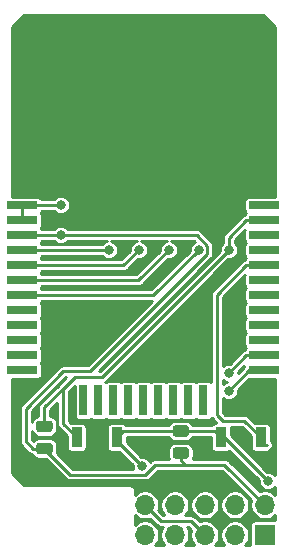
<source format=gbr>
%TF.GenerationSoftware,KiCad,Pcbnew,(5.1.6)-1*%
%TF.CreationDate,2020-11-02T21:17:58+02:00*%
%TF.ProjectId,zigbee-raspberry-module,7a696762-6565-42d7-9261-737062657272,rev?*%
%TF.SameCoordinates,Original*%
%TF.FileFunction,Copper,L1,Top*%
%TF.FilePolarity,Positive*%
%FSLAX46Y46*%
G04 Gerber Fmt 4.6, Leading zero omitted, Abs format (unit mm)*
G04 Created by KiCad (PCBNEW (5.1.6)-1) date 2020-11-02 21:17:58*
%MOMM*%
%LPD*%
G01*
G04 APERTURE LIST*
%TA.AperFunction,ComponentPad*%
%ADD10O,1.700000X1.700000*%
%TD*%
%TA.AperFunction,ComponentPad*%
%ADD11R,1.700000X1.700000*%
%TD*%
%TA.AperFunction,SMDPad,CuDef*%
%ADD12R,2.600000X0.700000*%
%TD*%
%TA.AperFunction,SMDPad,CuDef*%
%ADD13R,0.700000X2.600000*%
%TD*%
%TA.AperFunction,SMDPad,CuDef*%
%ADD14R,0.900000X1.700000*%
%TD*%
%TA.AperFunction,ViaPad*%
%ADD15C,0.800000*%
%TD*%
%TA.AperFunction,Conductor*%
%ADD16C,0.250000*%
%TD*%
%TA.AperFunction,NonConductor*%
%ADD17C,0.254000*%
%TD*%
G04 APERTURE END LIST*
%TO.P,C1,2*%
%TO.N,VCC*%
%TA.AperFunction,SMDPad,CuDef*%
G36*
G01*
X150165750Y-103066000D02*
X151078250Y-103066000D01*
G75*
G02*
X151322000Y-103309750I0J-243750D01*
G01*
X151322000Y-103797250D01*
G75*
G02*
X151078250Y-104041000I-243750J0D01*
G01*
X150165750Y-104041000D01*
G75*
G02*
X149922000Y-103797250I0J243750D01*
G01*
X149922000Y-103309750D01*
G75*
G02*
X150165750Y-103066000I243750J0D01*
G01*
G37*
%TD.AperFunction*%
%TO.P,C1,1*%
%TO.N,GND*%
%TA.AperFunction,SMDPad,CuDef*%
G36*
G01*
X150165750Y-101191000D02*
X151078250Y-101191000D01*
G75*
G02*
X151322000Y-101434750I0J-243750D01*
G01*
X151322000Y-101922250D01*
G75*
G02*
X151078250Y-102166000I-243750J0D01*
G01*
X150165750Y-102166000D01*
G75*
G02*
X149922000Y-101922250I0J243750D01*
G01*
X149922000Y-101434750D01*
G75*
G02*
X150165750Y-101191000I243750J0D01*
G01*
G37*
%TD.AperFunction*%
%TD*%
D10*
%TO.P,J1,10*%
%TO.N,GND*%
X147574000Y-107950000D03*
%TO.P,J1,9*%
%TO.N,TXD*%
X147574000Y-110490000D03*
%TO.P,J1,8*%
%TO.N,Net-(J1-Pad8)*%
X150114000Y-107950000D03*
%TO.P,J1,7*%
%TO.N,RXD*%
X150114000Y-110490000D03*
%TO.P,J1,6*%
%TO.N,SCL*%
X152654000Y-107950000D03*
%TO.P,J1,5*%
%TO.N,GND*%
X152654000Y-110490000D03*
%TO.P,J1,4*%
%TO.N,SDA*%
X155194000Y-107950000D03*
%TO.P,J1,3*%
%TO.N,Net-(J1-Pad3)*%
X155194000Y-110490000D03*
%TO.P,J1,2*%
%TO.N,VCC*%
X157734000Y-107950000D03*
D11*
%TO.P,J1,1*%
%TO.N,Net-(J1-Pad1)*%
X157734000Y-110490000D03*
%TD*%
D12*
%TO.P,U1,12*%
%TO.N,Net-(U1-Pad12)*%
X137190000Y-96560001D03*
%TO.P,U1,22*%
%TO.N,RXD*%
X157690000Y-96560001D03*
D13*
%TO.P,U1,17*%
%TO.N,Net-(U1-Pad17)*%
X147440000Y-99100001D03*
D12*
%TO.P,U1,11*%
%TO.N,Net-(U1-Pad11)*%
X137190000Y-95290001D03*
%TO.P,U1,10*%
%TO.N,Net-(U1-Pad10)*%
X137190000Y-94020001D03*
%TO.P,U1,9*%
%TO.N,Net-(U1-Pad9)*%
X137190000Y-92750001D03*
%TO.P,U1,8*%
%TO.N,Net-(U1-Pad8)*%
X137190000Y-91480001D03*
%TO.P,U1,7*%
%TO.N,PB6*%
X137190000Y-90210001D03*
%TO.P,U1,6*%
%TO.N,PB7*%
X137190000Y-88940001D03*
%TO.P,U1,5*%
%TO.N,TCK*%
X137190000Y-87670001D03*
%TO.P,U1,4*%
%TO.N,TMS*%
X137190000Y-86400001D03*
%TO.P,U1,3*%
%TO.N,VCC*%
X137190000Y-85130001D03*
%TO.P,U1,2*%
%TO.N,GND*%
X137190000Y-83860001D03*
%TO.P,U1,1*%
X137190000Y-82590001D03*
%TO.P,U1,23*%
%TO.N,TXD*%
X157690000Y-95290001D03*
%TO.P,U1,24*%
%TO.N,Net-(U1-Pad24)*%
X157690000Y-94020001D03*
%TO.P,U1,25*%
%TO.N,Net-(U1-Pad25)*%
X157690000Y-92750001D03*
%TO.P,U1,26*%
%TO.N,Net-(U1-Pad26)*%
X157690000Y-91480001D03*
%TO.P,U1,27*%
%TO.N,Net-(U1-Pad27)*%
X157690000Y-90210001D03*
%TO.P,U1,28*%
%TO.N,Net-(U1-Pad28)*%
X157690000Y-88940001D03*
%TO.P,U1,29*%
%TO.N,Net-(SW1-Pad1)*%
X157690000Y-87670001D03*
%TO.P,U1,30*%
%TO.N,Net-(U1-Pad30)*%
X157690000Y-86400001D03*
%TO.P,U1,31*%
%TO.N,Net-(U1-Pad31)*%
X157690000Y-85130001D03*
%TO.P,U1,32*%
%TO.N,RST*%
X157690000Y-83860001D03*
%TO.P,U1,33*%
%TO.N,Net-(U1-Pad33)*%
X157690000Y-82590001D03*
D13*
%TO.P,U1,18*%
%TO.N,Net-(U1-Pad18)*%
X148710000Y-99100001D03*
%TO.P,U1,19*%
%TO.N,Net-(U1-Pad19)*%
X149980000Y-99100001D03*
%TO.P,U1,20*%
%TO.N,Net-(U1-Pad20)*%
X151250000Y-99100001D03*
%TO.P,U1,21*%
%TO.N,Net-(U1-Pad21)*%
X152520000Y-99100001D03*
%TO.P,U1,16*%
%TO.N,Net-(U1-Pad16)*%
X146170000Y-99100001D03*
%TO.P,U1,15*%
%TO.N,Net-(U1-Pad15)*%
X144900000Y-99100001D03*
%TO.P,U1,14*%
%TO.N,Net-(U1-Pad14)*%
X143630000Y-99100001D03*
%TO.P,U1,13*%
%TO.N,Net-(U1-Pad13)*%
X142360000Y-99100001D03*
%TD*%
D14*
%TO.P,RESET,2*%
%TO.N,GND*%
X145210000Y-102235000D03*
%TO.P,RESET,1*%
%TO.N,RST*%
X141810000Y-102235000D03*
%TD*%
%TO.P,FLASH,2*%
%TO.N,GND*%
X154002000Y-102235000D03*
%TO.P,FLASH,1*%
%TO.N,Net-(SW1-Pad1)*%
X157402000Y-102235000D03*
%TD*%
%TO.P,R1,2*%
%TO.N,VCC*%
%TA.AperFunction,SMDPad,CuDef*%
G36*
G01*
X138608750Y-102685000D02*
X139521250Y-102685000D01*
G75*
G02*
X139765000Y-102928750I0J-243750D01*
G01*
X139765000Y-103416250D01*
G75*
G02*
X139521250Y-103660000I-243750J0D01*
G01*
X138608750Y-103660000D01*
G75*
G02*
X138365000Y-103416250I0J243750D01*
G01*
X138365000Y-102928750D01*
G75*
G02*
X138608750Y-102685000I243750J0D01*
G01*
G37*
%TD.AperFunction*%
%TO.P,R1,1*%
%TO.N,RST*%
%TA.AperFunction,SMDPad,CuDef*%
G36*
G01*
X138608750Y-100810000D02*
X139521250Y-100810000D01*
G75*
G02*
X139765000Y-101053750I0J-243750D01*
G01*
X139765000Y-101541250D01*
G75*
G02*
X139521250Y-101785000I-243750J0D01*
G01*
X138608750Y-101785000D01*
G75*
G02*
X138365000Y-101541250I0J243750D01*
G01*
X138365000Y-101053750D01*
G75*
G02*
X138608750Y-100810000I243750J0D01*
G01*
G37*
%TD.AperFunction*%
%TD*%
D15*
%TO.N,GND*%
X147320000Y-104648000D03*
X140462000Y-82550000D03*
X157988000Y-105918000D03*
%TO.N,TXD*%
X154686000Y-96774000D03*
%TO.N,RXD*%
X154686000Y-98298000D03*
%TO.N,VCC*%
X140462000Y-85090000D03*
%TO.N,RST*%
X154686000Y-86360000D03*
%TO.N,PB6*%
X152146000Y-86360000D03*
%TO.N,PB7*%
X149606000Y-86360000D03*
%TO.N,TCK*%
X147066000Y-86360000D03*
%TO.N,TMS*%
X144526000Y-86360000D03*
%TD*%
D16*
%TO.N,GND*%
X137190000Y-83860001D02*
X137190000Y-82590001D01*
X137190000Y-82590001D02*
X138470001Y-82590001D01*
X140421999Y-82590001D02*
X140462000Y-82550000D01*
X137190000Y-82590001D02*
X140421999Y-82590001D01*
X145210000Y-102538000D02*
X147320000Y-104648000D01*
X145210000Y-102235000D02*
X145210000Y-102538000D01*
X154305000Y-102235000D02*
X154002000Y-102235000D01*
X157988000Y-105918000D02*
X154305000Y-102235000D01*
X145766500Y-101678500D02*
X145210000Y-102235000D01*
X150622000Y-101678500D02*
X145766500Y-101678500D01*
X153445500Y-101678500D02*
X154002000Y-102235000D01*
X150622000Y-101678500D02*
X153445500Y-101678500D01*
X151478999Y-109314999D02*
X152654000Y-110490000D01*
X148938999Y-109314999D02*
X151478999Y-109314999D01*
X147574000Y-107950000D02*
X148938999Y-109314999D01*
%TO.N,TXD*%
X156169999Y-95290001D02*
X154686000Y-96774000D01*
X157690000Y-95290001D02*
X156169999Y-95290001D01*
%TO.N,RXD*%
X157631502Y-96618499D02*
X157690000Y-96560001D01*
X154686000Y-98044000D02*
X154686000Y-98298000D01*
X156423999Y-96560001D02*
X154686000Y-98298000D01*
X157690000Y-96560001D02*
X156423999Y-96560001D01*
%TO.N,VCC*%
X137492500Y-102567500D02*
X138097500Y-103172500D01*
X138097500Y-103172500D02*
X139065000Y-103172500D01*
X137492500Y-99800502D02*
X137492500Y-102567500D01*
X152871001Y-86708001D02*
X142954011Y-96624991D01*
X140668011Y-96624991D02*
X137492500Y-99800502D01*
X152871001Y-86011999D02*
X152871001Y-86708001D01*
X151949002Y-85090000D02*
X152871001Y-86011999D01*
X142954011Y-96624991D02*
X140668011Y-96624991D01*
X140421999Y-85130001D02*
X140462000Y-85090000D01*
X137190000Y-85130001D02*
X140421999Y-85130001D01*
X151949002Y-85090000D02*
X140462000Y-85090000D01*
X141265501Y-105373001D02*
X147627499Y-105373001D01*
X139065000Y-103172500D02*
X141265501Y-105373001D01*
X147627499Y-105373001D02*
X148471250Y-104529250D01*
X150622000Y-104156500D02*
X150994750Y-104529250D01*
X150622000Y-103553500D02*
X150622000Y-104156500D01*
X150994750Y-104529250D02*
X148471250Y-104529250D01*
X154313250Y-104529250D02*
X157734000Y-107950000D01*
X150994750Y-104529250D02*
X154313250Y-104529250D01*
%TO.N,RST*%
X141477500Y-102537500D02*
X141810000Y-102870000D01*
X141810000Y-102870000D02*
X141684999Y-102744999D01*
X141810000Y-102870000D02*
X141810000Y-102107500D01*
X141810000Y-102235000D02*
X140652500Y-101077500D01*
X140652500Y-101077500D02*
X140652500Y-98107500D01*
X139065000Y-99695000D02*
X140652500Y-98107500D01*
X139065000Y-101297500D02*
X139065000Y-99695000D01*
X154686000Y-85314001D02*
X154686000Y-86360000D01*
X156140000Y-83860001D02*
X154686000Y-85314001D01*
X157690000Y-83860001D02*
X156140000Y-83860001D01*
X141684999Y-97075001D02*
X140652500Y-98107500D01*
X154686000Y-86360000D02*
X143970999Y-97075001D01*
X143970999Y-97075001D02*
X141684999Y-97075001D01*
%TO.N,PB6*%
X148295999Y-90210001D02*
X152146000Y-86360000D01*
X137190000Y-90210001D02*
X148295999Y-90210001D01*
%TO.N,PB7*%
X137190000Y-88940001D02*
X144739999Y-88940001D01*
X147025999Y-88940001D02*
X144739999Y-88940001D01*
X149606000Y-86360000D02*
X147025999Y-88940001D01*
%TO.N,TCK*%
X137190000Y-87670001D02*
X143469999Y-87670001D01*
X145755999Y-87670001D02*
X143469999Y-87670001D01*
X147066000Y-86360000D02*
X145755999Y-87670001D01*
%TO.N,TMS*%
X144485999Y-86400001D02*
X144526000Y-86360000D01*
X137190000Y-86400001D02*
X144485999Y-86400001D01*
%TO.N,Net-(SW1-Pad1)*%
X157910000Y-102870000D02*
X157480000Y-102870000D01*
X157690000Y-87670001D02*
X156140000Y-87670001D01*
X156005000Y-100838000D02*
X157402000Y-102235000D01*
X156140000Y-87670001D02*
X153670000Y-90140001D01*
X153670000Y-90140001D02*
X153670000Y-100330000D01*
X153670000Y-100330000D02*
X154178000Y-100838000D01*
X154178000Y-100838000D02*
X156005000Y-100838000D01*
%TD*%
D17*
G36*
X146789283Y-108906180D02*
G01*
X146990903Y-109040898D01*
X147214931Y-109133693D01*
X147452757Y-109181000D01*
X147695243Y-109181000D01*
X147933069Y-109133693D01*
X148010167Y-109101758D01*
X148563627Y-109655219D01*
X148579472Y-109674526D01*
X148656520Y-109737758D01*
X148744424Y-109784744D01*
X148839805Y-109813677D01*
X148849693Y-109814651D01*
X148914145Y-109820999D01*
X148914152Y-109820999D01*
X148938998Y-109823446D01*
X148963844Y-109820999D01*
X149080501Y-109820999D01*
X149023102Y-109906903D01*
X148930307Y-110130931D01*
X148883000Y-110368757D01*
X148883000Y-110611243D01*
X148930307Y-110849069D01*
X149023102Y-111073097D01*
X149157820Y-111274717D01*
X149237103Y-111354000D01*
X148450897Y-111354000D01*
X148530180Y-111274717D01*
X148664898Y-111073097D01*
X148757693Y-110849069D01*
X148805000Y-110611243D01*
X148805000Y-110368757D01*
X148757693Y-110130931D01*
X148664898Y-109906903D01*
X148530180Y-109705283D01*
X148358717Y-109533820D01*
X148157097Y-109399102D01*
X147933069Y-109306307D01*
X147695243Y-109259000D01*
X147452757Y-109259000D01*
X147214931Y-109306307D01*
X146990903Y-109399102D01*
X146789283Y-109533820D01*
X146710000Y-109613103D01*
X146710000Y-108826897D01*
X146789283Y-108906180D01*
G37*
X146789283Y-108906180D02*
X146990903Y-109040898D01*
X147214931Y-109133693D01*
X147452757Y-109181000D01*
X147695243Y-109181000D01*
X147933069Y-109133693D01*
X148010167Y-109101758D01*
X148563627Y-109655219D01*
X148579472Y-109674526D01*
X148656520Y-109737758D01*
X148744424Y-109784744D01*
X148839805Y-109813677D01*
X148849693Y-109814651D01*
X148914145Y-109820999D01*
X148914152Y-109820999D01*
X148938998Y-109823446D01*
X148963844Y-109820999D01*
X149080501Y-109820999D01*
X149023102Y-109906903D01*
X148930307Y-110130931D01*
X148883000Y-110368757D01*
X148883000Y-110611243D01*
X148930307Y-110849069D01*
X149023102Y-111073097D01*
X149157820Y-111274717D01*
X149237103Y-111354000D01*
X148450897Y-111354000D01*
X148530180Y-111274717D01*
X148664898Y-111073097D01*
X148757693Y-110849069D01*
X148805000Y-110611243D01*
X148805000Y-110368757D01*
X148757693Y-110130931D01*
X148664898Y-109906903D01*
X148530180Y-109705283D01*
X148358717Y-109533820D01*
X148157097Y-109399102D01*
X147933069Y-109306307D01*
X147695243Y-109259000D01*
X147452757Y-109259000D01*
X147214931Y-109306307D01*
X146990903Y-109399102D01*
X146789283Y-109533820D01*
X146710000Y-109613103D01*
X146710000Y-108826897D01*
X146789283Y-108906180D01*
G36*
X151502242Y-110053833D02*
G01*
X151470307Y-110130931D01*
X151423000Y-110368757D01*
X151423000Y-110611243D01*
X151470307Y-110849069D01*
X151563102Y-111073097D01*
X151697820Y-111274717D01*
X151777103Y-111354000D01*
X150990897Y-111354000D01*
X151070180Y-111274717D01*
X151204898Y-111073097D01*
X151297693Y-110849069D01*
X151345000Y-110611243D01*
X151345000Y-110368757D01*
X151297693Y-110130931D01*
X151204898Y-109906903D01*
X151147499Y-109820999D01*
X151269408Y-109820999D01*
X151502242Y-110053833D01*
G37*
X151502242Y-110053833D02*
X151470307Y-110130931D01*
X151423000Y-110368757D01*
X151423000Y-110611243D01*
X151470307Y-110849069D01*
X151563102Y-111073097D01*
X151697820Y-111274717D01*
X151777103Y-111354000D01*
X150990897Y-111354000D01*
X151070180Y-111274717D01*
X151204898Y-111073097D01*
X151297693Y-110849069D01*
X151345000Y-110611243D01*
X151345000Y-110368757D01*
X151297693Y-110130931D01*
X151204898Y-109906903D01*
X151147499Y-109820999D01*
X151269408Y-109820999D01*
X151502242Y-110053833D01*
G36*
X142744420Y-96118991D02*
G01*
X140692865Y-96118991D01*
X140668011Y-96116543D01*
X140643157Y-96118991D01*
X140568818Y-96126313D01*
X140473436Y-96155246D01*
X140385532Y-96202232D01*
X140308484Y-96265464D01*
X140292640Y-96284770D01*
X137152285Y-99425126D01*
X137132973Y-99440975D01*
X137069741Y-99518023D01*
X137022755Y-99605928D01*
X136993822Y-99701310D01*
X136986500Y-99775649D01*
X136986500Y-99775656D01*
X136984053Y-99800502D01*
X136986500Y-99825348D01*
X136986501Y-102542644D01*
X136984053Y-102567500D01*
X136993822Y-102666692D01*
X137022755Y-102762074D01*
X137027423Y-102770807D01*
X137069742Y-102849979D01*
X137132974Y-102927027D01*
X137152280Y-102942871D01*
X137722128Y-103512720D01*
X137737973Y-103532027D01*
X137815021Y-103595259D01*
X137902925Y-103642245D01*
X137998306Y-103671178D01*
X138008194Y-103672152D01*
X138040150Y-103675299D01*
X138087757Y-103764366D01*
X138165682Y-103859318D01*
X138260634Y-103937243D01*
X138368963Y-103995146D01*
X138486508Y-104030803D01*
X138608750Y-104042843D01*
X139219752Y-104042843D01*
X140890129Y-105713221D01*
X140905974Y-105732528D01*
X140983022Y-105795760D01*
X141070926Y-105842746D01*
X141144108Y-105864945D01*
X141166307Y-105871679D01*
X141176195Y-105872653D01*
X141240647Y-105879001D01*
X141240654Y-105879001D01*
X141265500Y-105881448D01*
X141290346Y-105879001D01*
X147602653Y-105879001D01*
X147627499Y-105881448D01*
X147652345Y-105879001D01*
X147652353Y-105879001D01*
X147726692Y-105871679D01*
X147822074Y-105842746D01*
X147909978Y-105795760D01*
X147987026Y-105732528D01*
X148002875Y-105713216D01*
X148680842Y-105035250D01*
X150969903Y-105035250D01*
X150994749Y-105037697D01*
X151019595Y-105035250D01*
X154103659Y-105035250D01*
X156582242Y-107513833D01*
X156550307Y-107590931D01*
X156503000Y-107828757D01*
X156503000Y-108071243D01*
X156550307Y-108309069D01*
X156643102Y-108533097D01*
X156777820Y-108734717D01*
X156949283Y-108906180D01*
X157150903Y-109040898D01*
X157374931Y-109133693D01*
X157612757Y-109181000D01*
X157855243Y-109181000D01*
X158093069Y-109133693D01*
X158317097Y-109040898D01*
X158518717Y-108906180D01*
X158598001Y-108826896D01*
X158598001Y-109258536D01*
X158584000Y-109257157D01*
X156884000Y-109257157D01*
X156809311Y-109264513D01*
X156737492Y-109286299D01*
X156671304Y-109321678D01*
X156613289Y-109369289D01*
X156565678Y-109427304D01*
X156530299Y-109493492D01*
X156508513Y-109565311D01*
X156501157Y-109640000D01*
X156501157Y-111340000D01*
X156502536Y-111354000D01*
X156070897Y-111354000D01*
X156150180Y-111274717D01*
X156284898Y-111073097D01*
X156377693Y-110849069D01*
X156425000Y-110611243D01*
X156425000Y-110368757D01*
X156377693Y-110130931D01*
X156284898Y-109906903D01*
X156150180Y-109705283D01*
X155978717Y-109533820D01*
X155777097Y-109399102D01*
X155553069Y-109306307D01*
X155315243Y-109259000D01*
X155072757Y-109259000D01*
X154834931Y-109306307D01*
X154610903Y-109399102D01*
X154409283Y-109533820D01*
X154237820Y-109705283D01*
X154103102Y-109906903D01*
X154010307Y-110130931D01*
X153963000Y-110368757D01*
X153963000Y-110611243D01*
X154010307Y-110849069D01*
X154103102Y-111073097D01*
X154237820Y-111274717D01*
X154317103Y-111354000D01*
X153530897Y-111354000D01*
X153610180Y-111274717D01*
X153744898Y-111073097D01*
X153837693Y-110849069D01*
X153885000Y-110611243D01*
X153885000Y-110368757D01*
X153837693Y-110130931D01*
X153744898Y-109906903D01*
X153610180Y-109705283D01*
X153438717Y-109533820D01*
X153237097Y-109399102D01*
X153013069Y-109306307D01*
X152775243Y-109259000D01*
X152532757Y-109259000D01*
X152294931Y-109306307D01*
X152217833Y-109338242D01*
X151854375Y-108974784D01*
X151838526Y-108955472D01*
X151761478Y-108892240D01*
X151673574Y-108845254D01*
X151578192Y-108816321D01*
X151503853Y-108808999D01*
X151503845Y-108808999D01*
X151478999Y-108806552D01*
X151454153Y-108808999D01*
X150995898Y-108808999D01*
X151070180Y-108734717D01*
X151204898Y-108533097D01*
X151297693Y-108309069D01*
X151345000Y-108071243D01*
X151345000Y-107828757D01*
X151423000Y-107828757D01*
X151423000Y-108071243D01*
X151470307Y-108309069D01*
X151563102Y-108533097D01*
X151697820Y-108734717D01*
X151869283Y-108906180D01*
X152070903Y-109040898D01*
X152294931Y-109133693D01*
X152532757Y-109181000D01*
X152775243Y-109181000D01*
X153013069Y-109133693D01*
X153237097Y-109040898D01*
X153438717Y-108906180D01*
X153610180Y-108734717D01*
X153744898Y-108533097D01*
X153837693Y-108309069D01*
X153885000Y-108071243D01*
X153885000Y-107828757D01*
X153963000Y-107828757D01*
X153963000Y-108071243D01*
X154010307Y-108309069D01*
X154103102Y-108533097D01*
X154237820Y-108734717D01*
X154409283Y-108906180D01*
X154610903Y-109040898D01*
X154834931Y-109133693D01*
X155072757Y-109181000D01*
X155315243Y-109181000D01*
X155553069Y-109133693D01*
X155777097Y-109040898D01*
X155978717Y-108906180D01*
X156150180Y-108734717D01*
X156284898Y-108533097D01*
X156377693Y-108309069D01*
X156425000Y-108071243D01*
X156425000Y-107828757D01*
X156377693Y-107590931D01*
X156284898Y-107366903D01*
X156150180Y-107165283D01*
X155978717Y-106993820D01*
X155777097Y-106859102D01*
X155553069Y-106766307D01*
X155315243Y-106719000D01*
X155072757Y-106719000D01*
X154834931Y-106766307D01*
X154610903Y-106859102D01*
X154409283Y-106993820D01*
X154237820Y-107165283D01*
X154103102Y-107366903D01*
X154010307Y-107590931D01*
X153963000Y-107828757D01*
X153885000Y-107828757D01*
X153837693Y-107590931D01*
X153744898Y-107366903D01*
X153610180Y-107165283D01*
X153438717Y-106993820D01*
X153237097Y-106859102D01*
X153013069Y-106766307D01*
X152775243Y-106719000D01*
X152532757Y-106719000D01*
X152294931Y-106766307D01*
X152070903Y-106859102D01*
X151869283Y-106993820D01*
X151697820Y-107165283D01*
X151563102Y-107366903D01*
X151470307Y-107590931D01*
X151423000Y-107828757D01*
X151345000Y-107828757D01*
X151297693Y-107590931D01*
X151204898Y-107366903D01*
X151070180Y-107165283D01*
X150898717Y-106993820D01*
X150697097Y-106859102D01*
X150473069Y-106766307D01*
X150235243Y-106719000D01*
X149992757Y-106719000D01*
X149754931Y-106766307D01*
X149530903Y-106859102D01*
X149329283Y-106993820D01*
X149157820Y-107165283D01*
X149023102Y-107366903D01*
X148930307Y-107590931D01*
X148883000Y-107828757D01*
X148883000Y-108071243D01*
X148930307Y-108309069D01*
X149023102Y-108533097D01*
X149157820Y-108734717D01*
X149232102Y-108808999D01*
X149148591Y-108808999D01*
X148725758Y-108386167D01*
X148757693Y-108309069D01*
X148805000Y-108071243D01*
X148805000Y-107828757D01*
X148757693Y-107590931D01*
X148664898Y-107366903D01*
X148530180Y-107165283D01*
X148358717Y-106993820D01*
X148157097Y-106859102D01*
X147933069Y-106766307D01*
X147695243Y-106719000D01*
X147452757Y-106719000D01*
X147214931Y-106766307D01*
X146990903Y-106859102D01*
X146789283Y-106993820D01*
X146710000Y-107073103D01*
X146710000Y-106699941D01*
X146711964Y-106680000D01*
X146704125Y-106600410D01*
X146680910Y-106523879D01*
X146643210Y-106453347D01*
X146592474Y-106391526D01*
X146530653Y-106340790D01*
X146460121Y-106303090D01*
X146383590Y-106279875D01*
X146323941Y-106274000D01*
X146323940Y-106274000D01*
X146304000Y-106272036D01*
X146284059Y-106274000D01*
X137328171Y-106274000D01*
X136296000Y-105241831D01*
X136296000Y-97292844D01*
X138490000Y-97292844D01*
X138564689Y-97285488D01*
X138636508Y-97263702D01*
X138702696Y-97228323D01*
X138760711Y-97180712D01*
X138808322Y-97122697D01*
X138843701Y-97056509D01*
X138865487Y-96984690D01*
X138872843Y-96910001D01*
X138872843Y-96210001D01*
X138865487Y-96135312D01*
X138843701Y-96063493D01*
X138808322Y-95997305D01*
X138760711Y-95939290D01*
X138743300Y-95925001D01*
X138760711Y-95910712D01*
X138808322Y-95852697D01*
X138843701Y-95786509D01*
X138865487Y-95714690D01*
X138872843Y-95640001D01*
X138872843Y-94940001D01*
X138865487Y-94865312D01*
X138843701Y-94793493D01*
X138808322Y-94727305D01*
X138760711Y-94669290D01*
X138743300Y-94655001D01*
X138760711Y-94640712D01*
X138808322Y-94582697D01*
X138843701Y-94516509D01*
X138865487Y-94444690D01*
X138872843Y-94370001D01*
X138872843Y-93670001D01*
X138865487Y-93595312D01*
X138843701Y-93523493D01*
X138808322Y-93457305D01*
X138760711Y-93399290D01*
X138743300Y-93385001D01*
X138760711Y-93370712D01*
X138808322Y-93312697D01*
X138843701Y-93246509D01*
X138865487Y-93174690D01*
X138872843Y-93100001D01*
X138872843Y-92400001D01*
X138865487Y-92325312D01*
X138843701Y-92253493D01*
X138808322Y-92187305D01*
X138760711Y-92129290D01*
X138743300Y-92115001D01*
X138760711Y-92100712D01*
X138808322Y-92042697D01*
X138843701Y-91976509D01*
X138865487Y-91904690D01*
X138872843Y-91830001D01*
X138872843Y-91130001D01*
X138865487Y-91055312D01*
X138843701Y-90983493D01*
X138808322Y-90917305D01*
X138760711Y-90859290D01*
X138743300Y-90845001D01*
X138760711Y-90830712D01*
X138808322Y-90772697D01*
X138838627Y-90716001D01*
X148147409Y-90716001D01*
X142744420Y-96118991D01*
G37*
X142744420Y-96118991D02*
X140692865Y-96118991D01*
X140668011Y-96116543D01*
X140643157Y-96118991D01*
X140568818Y-96126313D01*
X140473436Y-96155246D01*
X140385532Y-96202232D01*
X140308484Y-96265464D01*
X140292640Y-96284770D01*
X137152285Y-99425126D01*
X137132973Y-99440975D01*
X137069741Y-99518023D01*
X137022755Y-99605928D01*
X136993822Y-99701310D01*
X136986500Y-99775649D01*
X136986500Y-99775656D01*
X136984053Y-99800502D01*
X136986500Y-99825348D01*
X136986501Y-102542644D01*
X136984053Y-102567500D01*
X136993822Y-102666692D01*
X137022755Y-102762074D01*
X137027423Y-102770807D01*
X137069742Y-102849979D01*
X137132974Y-102927027D01*
X137152280Y-102942871D01*
X137722128Y-103512720D01*
X137737973Y-103532027D01*
X137815021Y-103595259D01*
X137902925Y-103642245D01*
X137998306Y-103671178D01*
X138008194Y-103672152D01*
X138040150Y-103675299D01*
X138087757Y-103764366D01*
X138165682Y-103859318D01*
X138260634Y-103937243D01*
X138368963Y-103995146D01*
X138486508Y-104030803D01*
X138608750Y-104042843D01*
X139219752Y-104042843D01*
X140890129Y-105713221D01*
X140905974Y-105732528D01*
X140983022Y-105795760D01*
X141070926Y-105842746D01*
X141144108Y-105864945D01*
X141166307Y-105871679D01*
X141176195Y-105872653D01*
X141240647Y-105879001D01*
X141240654Y-105879001D01*
X141265500Y-105881448D01*
X141290346Y-105879001D01*
X147602653Y-105879001D01*
X147627499Y-105881448D01*
X147652345Y-105879001D01*
X147652353Y-105879001D01*
X147726692Y-105871679D01*
X147822074Y-105842746D01*
X147909978Y-105795760D01*
X147987026Y-105732528D01*
X148002875Y-105713216D01*
X148680842Y-105035250D01*
X150969903Y-105035250D01*
X150994749Y-105037697D01*
X151019595Y-105035250D01*
X154103659Y-105035250D01*
X156582242Y-107513833D01*
X156550307Y-107590931D01*
X156503000Y-107828757D01*
X156503000Y-108071243D01*
X156550307Y-108309069D01*
X156643102Y-108533097D01*
X156777820Y-108734717D01*
X156949283Y-108906180D01*
X157150903Y-109040898D01*
X157374931Y-109133693D01*
X157612757Y-109181000D01*
X157855243Y-109181000D01*
X158093069Y-109133693D01*
X158317097Y-109040898D01*
X158518717Y-108906180D01*
X158598001Y-108826896D01*
X158598001Y-109258536D01*
X158584000Y-109257157D01*
X156884000Y-109257157D01*
X156809311Y-109264513D01*
X156737492Y-109286299D01*
X156671304Y-109321678D01*
X156613289Y-109369289D01*
X156565678Y-109427304D01*
X156530299Y-109493492D01*
X156508513Y-109565311D01*
X156501157Y-109640000D01*
X156501157Y-111340000D01*
X156502536Y-111354000D01*
X156070897Y-111354000D01*
X156150180Y-111274717D01*
X156284898Y-111073097D01*
X156377693Y-110849069D01*
X156425000Y-110611243D01*
X156425000Y-110368757D01*
X156377693Y-110130931D01*
X156284898Y-109906903D01*
X156150180Y-109705283D01*
X155978717Y-109533820D01*
X155777097Y-109399102D01*
X155553069Y-109306307D01*
X155315243Y-109259000D01*
X155072757Y-109259000D01*
X154834931Y-109306307D01*
X154610903Y-109399102D01*
X154409283Y-109533820D01*
X154237820Y-109705283D01*
X154103102Y-109906903D01*
X154010307Y-110130931D01*
X153963000Y-110368757D01*
X153963000Y-110611243D01*
X154010307Y-110849069D01*
X154103102Y-111073097D01*
X154237820Y-111274717D01*
X154317103Y-111354000D01*
X153530897Y-111354000D01*
X153610180Y-111274717D01*
X153744898Y-111073097D01*
X153837693Y-110849069D01*
X153885000Y-110611243D01*
X153885000Y-110368757D01*
X153837693Y-110130931D01*
X153744898Y-109906903D01*
X153610180Y-109705283D01*
X153438717Y-109533820D01*
X153237097Y-109399102D01*
X153013069Y-109306307D01*
X152775243Y-109259000D01*
X152532757Y-109259000D01*
X152294931Y-109306307D01*
X152217833Y-109338242D01*
X151854375Y-108974784D01*
X151838526Y-108955472D01*
X151761478Y-108892240D01*
X151673574Y-108845254D01*
X151578192Y-108816321D01*
X151503853Y-108808999D01*
X151503845Y-108808999D01*
X151478999Y-108806552D01*
X151454153Y-108808999D01*
X150995898Y-108808999D01*
X151070180Y-108734717D01*
X151204898Y-108533097D01*
X151297693Y-108309069D01*
X151345000Y-108071243D01*
X151345000Y-107828757D01*
X151423000Y-107828757D01*
X151423000Y-108071243D01*
X151470307Y-108309069D01*
X151563102Y-108533097D01*
X151697820Y-108734717D01*
X151869283Y-108906180D01*
X152070903Y-109040898D01*
X152294931Y-109133693D01*
X152532757Y-109181000D01*
X152775243Y-109181000D01*
X153013069Y-109133693D01*
X153237097Y-109040898D01*
X153438717Y-108906180D01*
X153610180Y-108734717D01*
X153744898Y-108533097D01*
X153837693Y-108309069D01*
X153885000Y-108071243D01*
X153885000Y-107828757D01*
X153963000Y-107828757D01*
X153963000Y-108071243D01*
X154010307Y-108309069D01*
X154103102Y-108533097D01*
X154237820Y-108734717D01*
X154409283Y-108906180D01*
X154610903Y-109040898D01*
X154834931Y-109133693D01*
X155072757Y-109181000D01*
X155315243Y-109181000D01*
X155553069Y-109133693D01*
X155777097Y-109040898D01*
X155978717Y-108906180D01*
X156150180Y-108734717D01*
X156284898Y-108533097D01*
X156377693Y-108309069D01*
X156425000Y-108071243D01*
X156425000Y-107828757D01*
X156377693Y-107590931D01*
X156284898Y-107366903D01*
X156150180Y-107165283D01*
X155978717Y-106993820D01*
X155777097Y-106859102D01*
X155553069Y-106766307D01*
X155315243Y-106719000D01*
X155072757Y-106719000D01*
X154834931Y-106766307D01*
X154610903Y-106859102D01*
X154409283Y-106993820D01*
X154237820Y-107165283D01*
X154103102Y-107366903D01*
X154010307Y-107590931D01*
X153963000Y-107828757D01*
X153885000Y-107828757D01*
X153837693Y-107590931D01*
X153744898Y-107366903D01*
X153610180Y-107165283D01*
X153438717Y-106993820D01*
X153237097Y-106859102D01*
X153013069Y-106766307D01*
X152775243Y-106719000D01*
X152532757Y-106719000D01*
X152294931Y-106766307D01*
X152070903Y-106859102D01*
X151869283Y-106993820D01*
X151697820Y-107165283D01*
X151563102Y-107366903D01*
X151470307Y-107590931D01*
X151423000Y-107828757D01*
X151345000Y-107828757D01*
X151297693Y-107590931D01*
X151204898Y-107366903D01*
X151070180Y-107165283D01*
X150898717Y-106993820D01*
X150697097Y-106859102D01*
X150473069Y-106766307D01*
X150235243Y-106719000D01*
X149992757Y-106719000D01*
X149754931Y-106766307D01*
X149530903Y-106859102D01*
X149329283Y-106993820D01*
X149157820Y-107165283D01*
X149023102Y-107366903D01*
X148930307Y-107590931D01*
X148883000Y-107828757D01*
X148883000Y-108071243D01*
X148930307Y-108309069D01*
X149023102Y-108533097D01*
X149157820Y-108734717D01*
X149232102Y-108808999D01*
X149148591Y-108808999D01*
X148725758Y-108386167D01*
X148757693Y-108309069D01*
X148805000Y-108071243D01*
X148805000Y-107828757D01*
X148757693Y-107590931D01*
X148664898Y-107366903D01*
X148530180Y-107165283D01*
X148358717Y-106993820D01*
X148157097Y-106859102D01*
X147933069Y-106766307D01*
X147695243Y-106719000D01*
X147452757Y-106719000D01*
X147214931Y-106766307D01*
X146990903Y-106859102D01*
X146789283Y-106993820D01*
X146710000Y-107073103D01*
X146710000Y-106699941D01*
X146711964Y-106680000D01*
X146704125Y-106600410D01*
X146680910Y-106523879D01*
X146643210Y-106453347D01*
X146592474Y-106391526D01*
X146530653Y-106340790D01*
X146460121Y-106303090D01*
X146383590Y-106279875D01*
X146323941Y-106274000D01*
X146323940Y-106274000D01*
X146304000Y-106272036D01*
X146284059Y-106274000D01*
X137328171Y-106274000D01*
X136296000Y-105241831D01*
X136296000Y-97292844D01*
X138490000Y-97292844D01*
X138564689Y-97285488D01*
X138636508Y-97263702D01*
X138702696Y-97228323D01*
X138760711Y-97180712D01*
X138808322Y-97122697D01*
X138843701Y-97056509D01*
X138865487Y-96984690D01*
X138872843Y-96910001D01*
X138872843Y-96210001D01*
X138865487Y-96135312D01*
X138843701Y-96063493D01*
X138808322Y-95997305D01*
X138760711Y-95939290D01*
X138743300Y-95925001D01*
X138760711Y-95910712D01*
X138808322Y-95852697D01*
X138843701Y-95786509D01*
X138865487Y-95714690D01*
X138872843Y-95640001D01*
X138872843Y-94940001D01*
X138865487Y-94865312D01*
X138843701Y-94793493D01*
X138808322Y-94727305D01*
X138760711Y-94669290D01*
X138743300Y-94655001D01*
X138760711Y-94640712D01*
X138808322Y-94582697D01*
X138843701Y-94516509D01*
X138865487Y-94444690D01*
X138872843Y-94370001D01*
X138872843Y-93670001D01*
X138865487Y-93595312D01*
X138843701Y-93523493D01*
X138808322Y-93457305D01*
X138760711Y-93399290D01*
X138743300Y-93385001D01*
X138760711Y-93370712D01*
X138808322Y-93312697D01*
X138843701Y-93246509D01*
X138865487Y-93174690D01*
X138872843Y-93100001D01*
X138872843Y-92400001D01*
X138865487Y-92325312D01*
X138843701Y-92253493D01*
X138808322Y-92187305D01*
X138760711Y-92129290D01*
X138743300Y-92115001D01*
X138760711Y-92100712D01*
X138808322Y-92042697D01*
X138843701Y-91976509D01*
X138865487Y-91904690D01*
X138872843Y-91830001D01*
X138872843Y-91130001D01*
X138865487Y-91055312D01*
X138843701Y-90983493D01*
X138808322Y-90917305D01*
X138760711Y-90859290D01*
X138743300Y-90845001D01*
X138760711Y-90830712D01*
X138808322Y-90772697D01*
X138838627Y-90716001D01*
X148147409Y-90716001D01*
X142744420Y-96118991D01*
G36*
X149644757Y-102270366D02*
G01*
X149722682Y-102365318D01*
X149817634Y-102443243D01*
X149925963Y-102501146D01*
X150043508Y-102536803D01*
X150165750Y-102548843D01*
X151078250Y-102548843D01*
X151200492Y-102536803D01*
X151318037Y-102501146D01*
X151426366Y-102443243D01*
X151521318Y-102365318D01*
X151599243Y-102270366D01*
X151645139Y-102184500D01*
X153169157Y-102184500D01*
X153169157Y-103085000D01*
X153176513Y-103159689D01*
X153198299Y-103231508D01*
X153233678Y-103297696D01*
X153281289Y-103355711D01*
X153339304Y-103403322D01*
X153405492Y-103438701D01*
X153477311Y-103460487D01*
X153552000Y-103467843D01*
X154452000Y-103467843D01*
X154526689Y-103460487D01*
X154598508Y-103438701D01*
X154664696Y-103403322D01*
X154715795Y-103361386D01*
X157207000Y-105852592D01*
X157207000Y-105994922D01*
X157237013Y-106145809D01*
X157295887Y-106287942D01*
X157381358Y-106415859D01*
X157490141Y-106524642D01*
X157618058Y-106610113D01*
X157760191Y-106668987D01*
X157911078Y-106699000D01*
X158064922Y-106699000D01*
X158215809Y-106668987D01*
X158357942Y-106610113D01*
X158485859Y-106524642D01*
X158594642Y-106415859D01*
X158598001Y-106410832D01*
X158598001Y-107073104D01*
X158518717Y-106993820D01*
X158317097Y-106859102D01*
X158093069Y-106766307D01*
X157855243Y-106719000D01*
X157612757Y-106719000D01*
X157374931Y-106766307D01*
X157297833Y-106798242D01*
X154688626Y-104189035D01*
X154672777Y-104169723D01*
X154595729Y-104106491D01*
X154507825Y-104059505D01*
X154412443Y-104030572D01*
X154338104Y-104023250D01*
X154338096Y-104023250D01*
X154313250Y-104020803D01*
X154288404Y-104023250D01*
X151661328Y-104023250D01*
X151692803Y-103919492D01*
X151704843Y-103797250D01*
X151704843Y-103309750D01*
X151692803Y-103187508D01*
X151657146Y-103069963D01*
X151599243Y-102961634D01*
X151521318Y-102866682D01*
X151426366Y-102788757D01*
X151318037Y-102730854D01*
X151200492Y-102695197D01*
X151078250Y-102683157D01*
X150165750Y-102683157D01*
X150043508Y-102695197D01*
X149925963Y-102730854D01*
X149817634Y-102788757D01*
X149722682Y-102866682D01*
X149644757Y-102961634D01*
X149586854Y-103069963D01*
X149551197Y-103187508D01*
X149539157Y-103309750D01*
X149539157Y-103797250D01*
X149551197Y-103919492D01*
X149582672Y-104023250D01*
X148496095Y-104023250D01*
X148471249Y-104020803D01*
X148446403Y-104023250D01*
X148446396Y-104023250D01*
X148381944Y-104029598D01*
X148372056Y-104030572D01*
X148283918Y-104057308D01*
X148276675Y-104059505D01*
X148188771Y-104106491D01*
X148111723Y-104169723D01*
X148095880Y-104189028D01*
X148010005Y-104274903D01*
X147926642Y-104150141D01*
X147817859Y-104041358D01*
X147689942Y-103955887D01*
X147547809Y-103897013D01*
X147396922Y-103867000D01*
X147254592Y-103867000D01*
X146042843Y-102655252D01*
X146042843Y-102184500D01*
X149598861Y-102184500D01*
X149644757Y-102270366D01*
G37*
X149644757Y-102270366D02*
X149722682Y-102365318D01*
X149817634Y-102443243D01*
X149925963Y-102501146D01*
X150043508Y-102536803D01*
X150165750Y-102548843D01*
X151078250Y-102548843D01*
X151200492Y-102536803D01*
X151318037Y-102501146D01*
X151426366Y-102443243D01*
X151521318Y-102365318D01*
X151599243Y-102270366D01*
X151645139Y-102184500D01*
X153169157Y-102184500D01*
X153169157Y-103085000D01*
X153176513Y-103159689D01*
X153198299Y-103231508D01*
X153233678Y-103297696D01*
X153281289Y-103355711D01*
X153339304Y-103403322D01*
X153405492Y-103438701D01*
X153477311Y-103460487D01*
X153552000Y-103467843D01*
X154452000Y-103467843D01*
X154526689Y-103460487D01*
X154598508Y-103438701D01*
X154664696Y-103403322D01*
X154715795Y-103361386D01*
X157207000Y-105852592D01*
X157207000Y-105994922D01*
X157237013Y-106145809D01*
X157295887Y-106287942D01*
X157381358Y-106415859D01*
X157490141Y-106524642D01*
X157618058Y-106610113D01*
X157760191Y-106668987D01*
X157911078Y-106699000D01*
X158064922Y-106699000D01*
X158215809Y-106668987D01*
X158357942Y-106610113D01*
X158485859Y-106524642D01*
X158594642Y-106415859D01*
X158598001Y-106410832D01*
X158598001Y-107073104D01*
X158518717Y-106993820D01*
X158317097Y-106859102D01*
X158093069Y-106766307D01*
X157855243Y-106719000D01*
X157612757Y-106719000D01*
X157374931Y-106766307D01*
X157297833Y-106798242D01*
X154688626Y-104189035D01*
X154672777Y-104169723D01*
X154595729Y-104106491D01*
X154507825Y-104059505D01*
X154412443Y-104030572D01*
X154338104Y-104023250D01*
X154338096Y-104023250D01*
X154313250Y-104020803D01*
X154288404Y-104023250D01*
X151661328Y-104023250D01*
X151692803Y-103919492D01*
X151704843Y-103797250D01*
X151704843Y-103309750D01*
X151692803Y-103187508D01*
X151657146Y-103069963D01*
X151599243Y-102961634D01*
X151521318Y-102866682D01*
X151426366Y-102788757D01*
X151318037Y-102730854D01*
X151200492Y-102695197D01*
X151078250Y-102683157D01*
X150165750Y-102683157D01*
X150043508Y-102695197D01*
X149925963Y-102730854D01*
X149817634Y-102788757D01*
X149722682Y-102866682D01*
X149644757Y-102961634D01*
X149586854Y-103069963D01*
X149551197Y-103187508D01*
X149539157Y-103309750D01*
X149539157Y-103797250D01*
X149551197Y-103919492D01*
X149582672Y-104023250D01*
X148496095Y-104023250D01*
X148471249Y-104020803D01*
X148446403Y-104023250D01*
X148446396Y-104023250D01*
X148381944Y-104029598D01*
X148372056Y-104030572D01*
X148283918Y-104057308D01*
X148276675Y-104059505D01*
X148188771Y-104106491D01*
X148111723Y-104169723D01*
X148095880Y-104189028D01*
X148010005Y-104274903D01*
X147926642Y-104150141D01*
X147817859Y-104041358D01*
X147689942Y-103955887D01*
X147547809Y-103897013D01*
X147396922Y-103867000D01*
X147254592Y-103867000D01*
X146042843Y-102655252D01*
X146042843Y-102184500D01*
X149598861Y-102184500D01*
X149644757Y-102270366D01*
G36*
X158598001Y-105425168D02*
G01*
X158594642Y-105420141D01*
X158485859Y-105311358D01*
X158357942Y-105225887D01*
X158215809Y-105167013D01*
X158064922Y-105137000D01*
X157922592Y-105137000D01*
X154834843Y-102049252D01*
X154834843Y-101385000D01*
X154830805Y-101344000D01*
X155795409Y-101344000D01*
X156569157Y-102117749D01*
X156569157Y-103085000D01*
X156576513Y-103159689D01*
X156598299Y-103231508D01*
X156633678Y-103297696D01*
X156681289Y-103355711D01*
X156739304Y-103403322D01*
X156805492Y-103438701D01*
X156877311Y-103460487D01*
X156952000Y-103467843D01*
X157852000Y-103467843D01*
X157926689Y-103460487D01*
X157998508Y-103438701D01*
X158064696Y-103403322D01*
X158122711Y-103355711D01*
X158160225Y-103309999D01*
X158192479Y-103292759D01*
X158269527Y-103229527D01*
X158332759Y-103152479D01*
X158379745Y-103064575D01*
X158408678Y-102969193D01*
X158418448Y-102870000D01*
X158408678Y-102770807D01*
X158379745Y-102675425D01*
X158332759Y-102587521D01*
X158269527Y-102510473D01*
X158234843Y-102482008D01*
X158234843Y-101385000D01*
X158227487Y-101310311D01*
X158205701Y-101238492D01*
X158170322Y-101172304D01*
X158122711Y-101114289D01*
X158064696Y-101066678D01*
X157998508Y-101031299D01*
X157926689Y-101009513D01*
X157852000Y-101002157D01*
X156952000Y-101002157D01*
X156890778Y-101008187D01*
X156380376Y-100497785D01*
X156364527Y-100478473D01*
X156287479Y-100415241D01*
X156199575Y-100368255D01*
X156104193Y-100339322D01*
X156029854Y-100332000D01*
X156029846Y-100332000D01*
X156005000Y-100329553D01*
X155980154Y-100332000D01*
X154387592Y-100332000D01*
X154176000Y-100120409D01*
X154176000Y-98892501D01*
X154188141Y-98904642D01*
X154316058Y-98990113D01*
X154458191Y-99048987D01*
X154609078Y-99079000D01*
X154762922Y-99079000D01*
X154913809Y-99048987D01*
X155055942Y-98990113D01*
X155183859Y-98904642D01*
X155292642Y-98795859D01*
X155378113Y-98667942D01*
X155436987Y-98525809D01*
X155467000Y-98374922D01*
X155467000Y-98232591D01*
X156406748Y-97292844D01*
X158598001Y-97292844D01*
X158598001Y-105425168D01*
G37*
X158598001Y-105425168D02*
X158594642Y-105420141D01*
X158485859Y-105311358D01*
X158357942Y-105225887D01*
X158215809Y-105167013D01*
X158064922Y-105137000D01*
X157922592Y-105137000D01*
X154834843Y-102049252D01*
X154834843Y-101385000D01*
X154830805Y-101344000D01*
X155795409Y-101344000D01*
X156569157Y-102117749D01*
X156569157Y-103085000D01*
X156576513Y-103159689D01*
X156598299Y-103231508D01*
X156633678Y-103297696D01*
X156681289Y-103355711D01*
X156739304Y-103403322D01*
X156805492Y-103438701D01*
X156877311Y-103460487D01*
X156952000Y-103467843D01*
X157852000Y-103467843D01*
X157926689Y-103460487D01*
X157998508Y-103438701D01*
X158064696Y-103403322D01*
X158122711Y-103355711D01*
X158160225Y-103309999D01*
X158192479Y-103292759D01*
X158269527Y-103229527D01*
X158332759Y-103152479D01*
X158379745Y-103064575D01*
X158408678Y-102969193D01*
X158418448Y-102870000D01*
X158408678Y-102770807D01*
X158379745Y-102675425D01*
X158332759Y-102587521D01*
X158269527Y-102510473D01*
X158234843Y-102482008D01*
X158234843Y-101385000D01*
X158227487Y-101310311D01*
X158205701Y-101238492D01*
X158170322Y-101172304D01*
X158122711Y-101114289D01*
X158064696Y-101066678D01*
X157998508Y-101031299D01*
X157926689Y-101009513D01*
X157852000Y-101002157D01*
X156952000Y-101002157D01*
X156890778Y-101008187D01*
X156380376Y-100497785D01*
X156364527Y-100478473D01*
X156287479Y-100415241D01*
X156199575Y-100368255D01*
X156104193Y-100339322D01*
X156029854Y-100332000D01*
X156029846Y-100332000D01*
X156005000Y-100329553D01*
X155980154Y-100332000D01*
X154387592Y-100332000D01*
X154176000Y-100120409D01*
X154176000Y-98892501D01*
X154188141Y-98904642D01*
X154316058Y-98990113D01*
X154458191Y-99048987D01*
X154609078Y-99079000D01*
X154762922Y-99079000D01*
X154913809Y-99048987D01*
X155055942Y-98990113D01*
X155183859Y-98904642D01*
X155292642Y-98795859D01*
X155378113Y-98667942D01*
X155436987Y-98525809D01*
X155467000Y-98374922D01*
X155467000Y-98232591D01*
X156406748Y-97292844D01*
X158598001Y-97292844D01*
X158598001Y-105425168D01*
G36*
X141627157Y-100400001D02*
G01*
X141634513Y-100474690D01*
X141656299Y-100546509D01*
X141691678Y-100612697D01*
X141739289Y-100670712D01*
X141797304Y-100718323D01*
X141863492Y-100753702D01*
X141935311Y-100775488D01*
X142010000Y-100782844D01*
X142710000Y-100782844D01*
X142784689Y-100775488D01*
X142856508Y-100753702D01*
X142922696Y-100718323D01*
X142980711Y-100670712D01*
X142995000Y-100653301D01*
X143009289Y-100670712D01*
X143067304Y-100718323D01*
X143133492Y-100753702D01*
X143205311Y-100775488D01*
X143280000Y-100782844D01*
X143980000Y-100782844D01*
X144054689Y-100775488D01*
X144126508Y-100753702D01*
X144192696Y-100718323D01*
X144250711Y-100670712D01*
X144265000Y-100653301D01*
X144279289Y-100670712D01*
X144337304Y-100718323D01*
X144403492Y-100753702D01*
X144475311Y-100775488D01*
X144550000Y-100782844D01*
X145250000Y-100782844D01*
X145324689Y-100775488D01*
X145396508Y-100753702D01*
X145462696Y-100718323D01*
X145520711Y-100670712D01*
X145535000Y-100653301D01*
X145549289Y-100670712D01*
X145607304Y-100718323D01*
X145673492Y-100753702D01*
X145745311Y-100775488D01*
X145820000Y-100782844D01*
X146520000Y-100782844D01*
X146594689Y-100775488D01*
X146666508Y-100753702D01*
X146732696Y-100718323D01*
X146790711Y-100670712D01*
X146805000Y-100653301D01*
X146819289Y-100670712D01*
X146877304Y-100718323D01*
X146943492Y-100753702D01*
X147015311Y-100775488D01*
X147090000Y-100782844D01*
X147790000Y-100782844D01*
X147864689Y-100775488D01*
X147936508Y-100753702D01*
X148002696Y-100718323D01*
X148060711Y-100670712D01*
X148075000Y-100653301D01*
X148089289Y-100670712D01*
X148147304Y-100718323D01*
X148213492Y-100753702D01*
X148285311Y-100775488D01*
X148360000Y-100782844D01*
X149060000Y-100782844D01*
X149134689Y-100775488D01*
X149206508Y-100753702D01*
X149272696Y-100718323D01*
X149330711Y-100670712D01*
X149345000Y-100653301D01*
X149359289Y-100670712D01*
X149417304Y-100718323D01*
X149483492Y-100753702D01*
X149555311Y-100775488D01*
X149630000Y-100782844D01*
X150330000Y-100782844D01*
X150404689Y-100775488D01*
X150476508Y-100753702D01*
X150542696Y-100718323D01*
X150600711Y-100670712D01*
X150615000Y-100653301D01*
X150629289Y-100670712D01*
X150687304Y-100718323D01*
X150753492Y-100753702D01*
X150825311Y-100775488D01*
X150900000Y-100782844D01*
X151600000Y-100782844D01*
X151674689Y-100775488D01*
X151746508Y-100753702D01*
X151812696Y-100718323D01*
X151870711Y-100670712D01*
X151885000Y-100653301D01*
X151899289Y-100670712D01*
X151957304Y-100718323D01*
X152023492Y-100753702D01*
X152095311Y-100775488D01*
X152170000Y-100782844D01*
X152870000Y-100782844D01*
X152944689Y-100775488D01*
X153016508Y-100753702D01*
X153082696Y-100718323D01*
X153140711Y-100670712D01*
X153188322Y-100612697D01*
X153217840Y-100557473D01*
X153247242Y-100612479D01*
X153310474Y-100689527D01*
X153329780Y-100705371D01*
X153626565Y-101002157D01*
X153552000Y-101002157D01*
X153477311Y-101009513D01*
X153405492Y-101031299D01*
X153339304Y-101066678D01*
X153281289Y-101114289D01*
X153233678Y-101172304D01*
X153233573Y-101172500D01*
X151645139Y-101172500D01*
X151599243Y-101086634D01*
X151521318Y-100991682D01*
X151426366Y-100913757D01*
X151318037Y-100855854D01*
X151200492Y-100820197D01*
X151078250Y-100808157D01*
X150165750Y-100808157D01*
X150043508Y-100820197D01*
X149925963Y-100855854D01*
X149817634Y-100913757D01*
X149722682Y-100991682D01*
X149644757Y-101086634D01*
X149598861Y-101172500D01*
X145978427Y-101172500D01*
X145978322Y-101172304D01*
X145930711Y-101114289D01*
X145872696Y-101066678D01*
X145806508Y-101031299D01*
X145734689Y-101009513D01*
X145660000Y-101002157D01*
X144760000Y-101002157D01*
X144685311Y-101009513D01*
X144613492Y-101031299D01*
X144547304Y-101066678D01*
X144489289Y-101114289D01*
X144441678Y-101172304D01*
X144406299Y-101238492D01*
X144384513Y-101310311D01*
X144377157Y-101385000D01*
X144377157Y-103085000D01*
X144384513Y-103159689D01*
X144406299Y-103231508D01*
X144441678Y-103297696D01*
X144489289Y-103355711D01*
X144547304Y-103403322D01*
X144613492Y-103438701D01*
X144685311Y-103460487D01*
X144760000Y-103467843D01*
X145424252Y-103467843D01*
X146539000Y-104582592D01*
X146539000Y-104724922D01*
X146567261Y-104867001D01*
X141475093Y-104867001D01*
X140136770Y-103528678D01*
X140147843Y-103416250D01*
X140147843Y-102928750D01*
X140135803Y-102806508D01*
X140100146Y-102688963D01*
X140042243Y-102580634D01*
X139964318Y-102485682D01*
X139869366Y-102407757D01*
X139761037Y-102349854D01*
X139643492Y-102314197D01*
X139521250Y-102302157D01*
X138608750Y-102302157D01*
X138486508Y-102314197D01*
X138368963Y-102349854D01*
X138260634Y-102407757D01*
X138165682Y-102485682D01*
X138147918Y-102507327D01*
X137998500Y-102357909D01*
X137998500Y-101677677D01*
X138029854Y-101781037D01*
X138087757Y-101889366D01*
X138165682Y-101984318D01*
X138260634Y-102062243D01*
X138368963Y-102120146D01*
X138486508Y-102155803D01*
X138608750Y-102167843D01*
X139521250Y-102167843D01*
X139643492Y-102155803D01*
X139761037Y-102120146D01*
X139869366Y-102062243D01*
X139964318Y-101984318D01*
X140042243Y-101889366D01*
X140100146Y-101781037D01*
X140135803Y-101663492D01*
X140147843Y-101541250D01*
X140147843Y-101115988D01*
X140153822Y-101176692D01*
X140182755Y-101272074D01*
X140229741Y-101359979D01*
X140292973Y-101437027D01*
X140312285Y-101452876D01*
X140977157Y-102117749D01*
X140977157Y-102455214D01*
X140969053Y-102537500D01*
X140977157Y-102619786D01*
X140977157Y-103085000D01*
X140984513Y-103159689D01*
X141006299Y-103231508D01*
X141041678Y-103297696D01*
X141089289Y-103355711D01*
X141147304Y-103403322D01*
X141213492Y-103438701D01*
X141285311Y-103460487D01*
X141360000Y-103467843D01*
X142260000Y-103467843D01*
X142334689Y-103460487D01*
X142406508Y-103438701D01*
X142472696Y-103403322D01*
X142530711Y-103355711D01*
X142578322Y-103297696D01*
X142613701Y-103231508D01*
X142635487Y-103159689D01*
X142642843Y-103085000D01*
X142642843Y-101385000D01*
X142635487Y-101310311D01*
X142613701Y-101238492D01*
X142578322Y-101172304D01*
X142530711Y-101114289D01*
X142472696Y-101066678D01*
X142406508Y-101031299D01*
X142334689Y-101009513D01*
X142260000Y-101002157D01*
X141360000Y-101002157D01*
X141298778Y-101008187D01*
X141158500Y-100867909D01*
X141158500Y-98317091D01*
X141627157Y-97848435D01*
X141627157Y-100400001D01*
G37*
X141627157Y-100400001D02*
X141634513Y-100474690D01*
X141656299Y-100546509D01*
X141691678Y-100612697D01*
X141739289Y-100670712D01*
X141797304Y-100718323D01*
X141863492Y-100753702D01*
X141935311Y-100775488D01*
X142010000Y-100782844D01*
X142710000Y-100782844D01*
X142784689Y-100775488D01*
X142856508Y-100753702D01*
X142922696Y-100718323D01*
X142980711Y-100670712D01*
X142995000Y-100653301D01*
X143009289Y-100670712D01*
X143067304Y-100718323D01*
X143133492Y-100753702D01*
X143205311Y-100775488D01*
X143280000Y-100782844D01*
X143980000Y-100782844D01*
X144054689Y-100775488D01*
X144126508Y-100753702D01*
X144192696Y-100718323D01*
X144250711Y-100670712D01*
X144265000Y-100653301D01*
X144279289Y-100670712D01*
X144337304Y-100718323D01*
X144403492Y-100753702D01*
X144475311Y-100775488D01*
X144550000Y-100782844D01*
X145250000Y-100782844D01*
X145324689Y-100775488D01*
X145396508Y-100753702D01*
X145462696Y-100718323D01*
X145520711Y-100670712D01*
X145535000Y-100653301D01*
X145549289Y-100670712D01*
X145607304Y-100718323D01*
X145673492Y-100753702D01*
X145745311Y-100775488D01*
X145820000Y-100782844D01*
X146520000Y-100782844D01*
X146594689Y-100775488D01*
X146666508Y-100753702D01*
X146732696Y-100718323D01*
X146790711Y-100670712D01*
X146805000Y-100653301D01*
X146819289Y-100670712D01*
X146877304Y-100718323D01*
X146943492Y-100753702D01*
X147015311Y-100775488D01*
X147090000Y-100782844D01*
X147790000Y-100782844D01*
X147864689Y-100775488D01*
X147936508Y-100753702D01*
X148002696Y-100718323D01*
X148060711Y-100670712D01*
X148075000Y-100653301D01*
X148089289Y-100670712D01*
X148147304Y-100718323D01*
X148213492Y-100753702D01*
X148285311Y-100775488D01*
X148360000Y-100782844D01*
X149060000Y-100782844D01*
X149134689Y-100775488D01*
X149206508Y-100753702D01*
X149272696Y-100718323D01*
X149330711Y-100670712D01*
X149345000Y-100653301D01*
X149359289Y-100670712D01*
X149417304Y-100718323D01*
X149483492Y-100753702D01*
X149555311Y-100775488D01*
X149630000Y-100782844D01*
X150330000Y-100782844D01*
X150404689Y-100775488D01*
X150476508Y-100753702D01*
X150542696Y-100718323D01*
X150600711Y-100670712D01*
X150615000Y-100653301D01*
X150629289Y-100670712D01*
X150687304Y-100718323D01*
X150753492Y-100753702D01*
X150825311Y-100775488D01*
X150900000Y-100782844D01*
X151600000Y-100782844D01*
X151674689Y-100775488D01*
X151746508Y-100753702D01*
X151812696Y-100718323D01*
X151870711Y-100670712D01*
X151885000Y-100653301D01*
X151899289Y-100670712D01*
X151957304Y-100718323D01*
X152023492Y-100753702D01*
X152095311Y-100775488D01*
X152170000Y-100782844D01*
X152870000Y-100782844D01*
X152944689Y-100775488D01*
X153016508Y-100753702D01*
X153082696Y-100718323D01*
X153140711Y-100670712D01*
X153188322Y-100612697D01*
X153217840Y-100557473D01*
X153247242Y-100612479D01*
X153310474Y-100689527D01*
X153329780Y-100705371D01*
X153626565Y-101002157D01*
X153552000Y-101002157D01*
X153477311Y-101009513D01*
X153405492Y-101031299D01*
X153339304Y-101066678D01*
X153281289Y-101114289D01*
X153233678Y-101172304D01*
X153233573Y-101172500D01*
X151645139Y-101172500D01*
X151599243Y-101086634D01*
X151521318Y-100991682D01*
X151426366Y-100913757D01*
X151318037Y-100855854D01*
X151200492Y-100820197D01*
X151078250Y-100808157D01*
X150165750Y-100808157D01*
X150043508Y-100820197D01*
X149925963Y-100855854D01*
X149817634Y-100913757D01*
X149722682Y-100991682D01*
X149644757Y-101086634D01*
X149598861Y-101172500D01*
X145978427Y-101172500D01*
X145978322Y-101172304D01*
X145930711Y-101114289D01*
X145872696Y-101066678D01*
X145806508Y-101031299D01*
X145734689Y-101009513D01*
X145660000Y-101002157D01*
X144760000Y-101002157D01*
X144685311Y-101009513D01*
X144613492Y-101031299D01*
X144547304Y-101066678D01*
X144489289Y-101114289D01*
X144441678Y-101172304D01*
X144406299Y-101238492D01*
X144384513Y-101310311D01*
X144377157Y-101385000D01*
X144377157Y-103085000D01*
X144384513Y-103159689D01*
X144406299Y-103231508D01*
X144441678Y-103297696D01*
X144489289Y-103355711D01*
X144547304Y-103403322D01*
X144613492Y-103438701D01*
X144685311Y-103460487D01*
X144760000Y-103467843D01*
X145424252Y-103467843D01*
X146539000Y-104582592D01*
X146539000Y-104724922D01*
X146567261Y-104867001D01*
X141475093Y-104867001D01*
X140136770Y-103528678D01*
X140147843Y-103416250D01*
X140147843Y-102928750D01*
X140135803Y-102806508D01*
X140100146Y-102688963D01*
X140042243Y-102580634D01*
X139964318Y-102485682D01*
X139869366Y-102407757D01*
X139761037Y-102349854D01*
X139643492Y-102314197D01*
X139521250Y-102302157D01*
X138608750Y-102302157D01*
X138486508Y-102314197D01*
X138368963Y-102349854D01*
X138260634Y-102407757D01*
X138165682Y-102485682D01*
X138147918Y-102507327D01*
X137998500Y-102357909D01*
X137998500Y-101677677D01*
X138029854Y-101781037D01*
X138087757Y-101889366D01*
X138165682Y-101984318D01*
X138260634Y-102062243D01*
X138368963Y-102120146D01*
X138486508Y-102155803D01*
X138608750Y-102167843D01*
X139521250Y-102167843D01*
X139643492Y-102155803D01*
X139761037Y-102120146D01*
X139869366Y-102062243D01*
X139964318Y-101984318D01*
X140042243Y-101889366D01*
X140100146Y-101781037D01*
X140135803Y-101663492D01*
X140147843Y-101541250D01*
X140147843Y-101115988D01*
X140153822Y-101176692D01*
X140182755Y-101272074D01*
X140229741Y-101359979D01*
X140292973Y-101437027D01*
X140312285Y-101452876D01*
X140977157Y-102117749D01*
X140977157Y-102455214D01*
X140969053Y-102537500D01*
X140977157Y-102619786D01*
X140977157Y-103085000D01*
X140984513Y-103159689D01*
X141006299Y-103231508D01*
X141041678Y-103297696D01*
X141089289Y-103355711D01*
X141147304Y-103403322D01*
X141213492Y-103438701D01*
X141285311Y-103460487D01*
X141360000Y-103467843D01*
X142260000Y-103467843D01*
X142334689Y-103460487D01*
X142406508Y-103438701D01*
X142472696Y-103403322D01*
X142530711Y-103355711D01*
X142578322Y-103297696D01*
X142613701Y-103231508D01*
X142635487Y-103159689D01*
X142642843Y-103085000D01*
X142642843Y-101385000D01*
X142635487Y-101310311D01*
X142613701Y-101238492D01*
X142578322Y-101172304D01*
X142530711Y-101114289D01*
X142472696Y-101066678D01*
X142406508Y-101031299D01*
X142334689Y-101009513D01*
X142260000Y-101002157D01*
X141360000Y-101002157D01*
X141298778Y-101008187D01*
X141158500Y-100867909D01*
X141158500Y-98317091D01*
X141627157Y-97848435D01*
X141627157Y-100400001D01*
G36*
X140146500Y-101040115D02*
G01*
X140135803Y-100931508D01*
X140100146Y-100813963D01*
X140042243Y-100705634D01*
X139964318Y-100610682D01*
X139869366Y-100532757D01*
X139761037Y-100474854D01*
X139643492Y-100439197D01*
X139571000Y-100432057D01*
X139571000Y-99904591D01*
X140146501Y-99329091D01*
X140146500Y-101040115D01*
G37*
X140146500Y-101040115D02*
X140135803Y-100931508D01*
X140100146Y-100813963D01*
X140042243Y-100705634D01*
X139964318Y-100610682D01*
X139869366Y-100532757D01*
X139761037Y-100474854D01*
X139643492Y-100439197D01*
X139571000Y-100432057D01*
X139571000Y-99904591D01*
X140146501Y-99329091D01*
X140146500Y-101040115D01*
G36*
X140312283Y-97732126D02*
G01*
X140312278Y-97732130D01*
X140312275Y-97732133D01*
X140292974Y-97747973D01*
X140277134Y-97767274D01*
X138724780Y-99319628D01*
X138705474Y-99335473D01*
X138642242Y-99412521D01*
X138627033Y-99440975D01*
X138595255Y-99500426D01*
X138566322Y-99595808D01*
X138556553Y-99695000D01*
X138559001Y-99719856D01*
X138559001Y-100432057D01*
X138486508Y-100439197D01*
X138368963Y-100474854D01*
X138260634Y-100532757D01*
X138165682Y-100610682D01*
X138087757Y-100705634D01*
X138029854Y-100813963D01*
X137998500Y-100917323D01*
X137998500Y-100010093D01*
X140877603Y-97130991D01*
X140913417Y-97130991D01*
X140312283Y-97732126D01*
G37*
X140312283Y-97732126D02*
X140312278Y-97732130D01*
X140312275Y-97732133D01*
X140292974Y-97747973D01*
X140277134Y-97767274D01*
X138724780Y-99319628D01*
X138705474Y-99335473D01*
X138642242Y-99412521D01*
X138627033Y-99440975D01*
X138595255Y-99500426D01*
X138566322Y-99595808D01*
X138556553Y-99695000D01*
X138559001Y-99719856D01*
X138559001Y-100432057D01*
X138486508Y-100439197D01*
X138368963Y-100474854D01*
X138260634Y-100532757D01*
X138165682Y-100610682D01*
X138087757Y-100705634D01*
X138029854Y-100813963D01*
X137998500Y-100917323D01*
X137998500Y-100010093D01*
X140877603Y-97130991D01*
X140913417Y-97130991D01*
X140312283Y-97732126D01*
G36*
X154188141Y-97380642D02*
G01*
X154316058Y-97466113D01*
X154458191Y-97524987D01*
X154513558Y-97536000D01*
X154458191Y-97547013D01*
X154316058Y-97605887D01*
X154188141Y-97691358D01*
X154176000Y-97703499D01*
X154176000Y-97368501D01*
X154188141Y-97380642D01*
G37*
X154188141Y-97380642D02*
X154316058Y-97466113D01*
X154458191Y-97524987D01*
X154513558Y-97536000D01*
X154458191Y-97547013D01*
X154316058Y-97605887D01*
X154188141Y-97691358D01*
X154176000Y-97703499D01*
X154176000Y-97368501D01*
X154188141Y-97380642D01*
G36*
X156014513Y-84705312D02*
G01*
X156007157Y-84780001D01*
X156007157Y-85480001D01*
X156014513Y-85554690D01*
X156036299Y-85626509D01*
X156071678Y-85692697D01*
X156119289Y-85750712D01*
X156136700Y-85765001D01*
X156119289Y-85779290D01*
X156071678Y-85837305D01*
X156036299Y-85903493D01*
X156014513Y-85975312D01*
X156007157Y-86050001D01*
X156007157Y-86750001D01*
X156014513Y-86824690D01*
X156036299Y-86896509D01*
X156071678Y-86962697D01*
X156119289Y-87020712D01*
X156136700Y-87035001D01*
X156119289Y-87049290D01*
X156071678Y-87107305D01*
X156036811Y-87172535D01*
X156033653Y-87173493D01*
X155945425Y-87200256D01*
X155857521Y-87247242D01*
X155780473Y-87310474D01*
X155764629Y-87329780D01*
X153329785Y-89764625D01*
X153310473Y-89780474D01*
X153247241Y-89857522D01*
X153200255Y-89945427D01*
X153171322Y-90040809D01*
X153164000Y-90115148D01*
X153164000Y-90115155D01*
X153161553Y-90140001D01*
X153164000Y-90164847D01*
X153164001Y-97557669D01*
X153140711Y-97529290D01*
X153082696Y-97481679D01*
X153016508Y-97446300D01*
X152944689Y-97424514D01*
X152870000Y-97417158D01*
X152170000Y-97417158D01*
X152095311Y-97424514D01*
X152023492Y-97446300D01*
X151957304Y-97481679D01*
X151899289Y-97529290D01*
X151885000Y-97546701D01*
X151870711Y-97529290D01*
X151812696Y-97481679D01*
X151746508Y-97446300D01*
X151674689Y-97424514D01*
X151600000Y-97417158D01*
X150900000Y-97417158D01*
X150825311Y-97424514D01*
X150753492Y-97446300D01*
X150687304Y-97481679D01*
X150629289Y-97529290D01*
X150615000Y-97546701D01*
X150600711Y-97529290D01*
X150542696Y-97481679D01*
X150476508Y-97446300D01*
X150404689Y-97424514D01*
X150330000Y-97417158D01*
X149630000Y-97417158D01*
X149555311Y-97424514D01*
X149483492Y-97446300D01*
X149417304Y-97481679D01*
X149359289Y-97529290D01*
X149345000Y-97546701D01*
X149330711Y-97529290D01*
X149272696Y-97481679D01*
X149206508Y-97446300D01*
X149134689Y-97424514D01*
X149060000Y-97417158D01*
X148360000Y-97417158D01*
X148285311Y-97424514D01*
X148213492Y-97446300D01*
X148147304Y-97481679D01*
X148089289Y-97529290D01*
X148075000Y-97546701D01*
X148060711Y-97529290D01*
X148002696Y-97481679D01*
X147936508Y-97446300D01*
X147864689Y-97424514D01*
X147790000Y-97417158D01*
X147090000Y-97417158D01*
X147015311Y-97424514D01*
X146943492Y-97446300D01*
X146877304Y-97481679D01*
X146819289Y-97529290D01*
X146805000Y-97546701D01*
X146790711Y-97529290D01*
X146732696Y-97481679D01*
X146666508Y-97446300D01*
X146594689Y-97424514D01*
X146520000Y-97417158D01*
X145820000Y-97417158D01*
X145745311Y-97424514D01*
X145673492Y-97446300D01*
X145607304Y-97481679D01*
X145549289Y-97529290D01*
X145535000Y-97546701D01*
X145520711Y-97529290D01*
X145462696Y-97481679D01*
X145396508Y-97446300D01*
X145324689Y-97424514D01*
X145250000Y-97417158D01*
X144550000Y-97417158D01*
X144475311Y-97424514D01*
X144403492Y-97446300D01*
X144337304Y-97481679D01*
X144279289Y-97529290D01*
X144265000Y-97546701D01*
X144250711Y-97529290D01*
X144228536Y-97511092D01*
X144253478Y-97497760D01*
X144330526Y-97434528D01*
X144346375Y-97415216D01*
X154620592Y-87141000D01*
X154762922Y-87141000D01*
X154913809Y-87110987D01*
X155055942Y-87052113D01*
X155183859Y-86966642D01*
X155292642Y-86857859D01*
X155378113Y-86729942D01*
X155436987Y-86587809D01*
X155467000Y-86436922D01*
X155467000Y-86283078D01*
X155436987Y-86132191D01*
X155378113Y-85990058D01*
X155292642Y-85862141D01*
X155192000Y-85761499D01*
X155192000Y-85523592D01*
X156016356Y-84699237D01*
X156014513Y-84705312D01*
G37*
X156014513Y-84705312D02*
X156007157Y-84780001D01*
X156007157Y-85480001D01*
X156014513Y-85554690D01*
X156036299Y-85626509D01*
X156071678Y-85692697D01*
X156119289Y-85750712D01*
X156136700Y-85765001D01*
X156119289Y-85779290D01*
X156071678Y-85837305D01*
X156036299Y-85903493D01*
X156014513Y-85975312D01*
X156007157Y-86050001D01*
X156007157Y-86750001D01*
X156014513Y-86824690D01*
X156036299Y-86896509D01*
X156071678Y-86962697D01*
X156119289Y-87020712D01*
X156136700Y-87035001D01*
X156119289Y-87049290D01*
X156071678Y-87107305D01*
X156036811Y-87172535D01*
X156033653Y-87173493D01*
X155945425Y-87200256D01*
X155857521Y-87247242D01*
X155780473Y-87310474D01*
X155764629Y-87329780D01*
X153329785Y-89764625D01*
X153310473Y-89780474D01*
X153247241Y-89857522D01*
X153200255Y-89945427D01*
X153171322Y-90040809D01*
X153164000Y-90115148D01*
X153164000Y-90115155D01*
X153161553Y-90140001D01*
X153164000Y-90164847D01*
X153164001Y-97557669D01*
X153140711Y-97529290D01*
X153082696Y-97481679D01*
X153016508Y-97446300D01*
X152944689Y-97424514D01*
X152870000Y-97417158D01*
X152170000Y-97417158D01*
X152095311Y-97424514D01*
X152023492Y-97446300D01*
X151957304Y-97481679D01*
X151899289Y-97529290D01*
X151885000Y-97546701D01*
X151870711Y-97529290D01*
X151812696Y-97481679D01*
X151746508Y-97446300D01*
X151674689Y-97424514D01*
X151600000Y-97417158D01*
X150900000Y-97417158D01*
X150825311Y-97424514D01*
X150753492Y-97446300D01*
X150687304Y-97481679D01*
X150629289Y-97529290D01*
X150615000Y-97546701D01*
X150600711Y-97529290D01*
X150542696Y-97481679D01*
X150476508Y-97446300D01*
X150404689Y-97424514D01*
X150330000Y-97417158D01*
X149630000Y-97417158D01*
X149555311Y-97424514D01*
X149483492Y-97446300D01*
X149417304Y-97481679D01*
X149359289Y-97529290D01*
X149345000Y-97546701D01*
X149330711Y-97529290D01*
X149272696Y-97481679D01*
X149206508Y-97446300D01*
X149134689Y-97424514D01*
X149060000Y-97417158D01*
X148360000Y-97417158D01*
X148285311Y-97424514D01*
X148213492Y-97446300D01*
X148147304Y-97481679D01*
X148089289Y-97529290D01*
X148075000Y-97546701D01*
X148060711Y-97529290D01*
X148002696Y-97481679D01*
X147936508Y-97446300D01*
X147864689Y-97424514D01*
X147790000Y-97417158D01*
X147090000Y-97417158D01*
X147015311Y-97424514D01*
X146943492Y-97446300D01*
X146877304Y-97481679D01*
X146819289Y-97529290D01*
X146805000Y-97546701D01*
X146790711Y-97529290D01*
X146732696Y-97481679D01*
X146666508Y-97446300D01*
X146594689Y-97424514D01*
X146520000Y-97417158D01*
X145820000Y-97417158D01*
X145745311Y-97424514D01*
X145673492Y-97446300D01*
X145607304Y-97481679D01*
X145549289Y-97529290D01*
X145535000Y-97546701D01*
X145520711Y-97529290D01*
X145462696Y-97481679D01*
X145396508Y-97446300D01*
X145324689Y-97424514D01*
X145250000Y-97417158D01*
X144550000Y-97417158D01*
X144475311Y-97424514D01*
X144403492Y-97446300D01*
X144337304Y-97481679D01*
X144279289Y-97529290D01*
X144265000Y-97546701D01*
X144250711Y-97529290D01*
X144228536Y-97511092D01*
X144253478Y-97497760D01*
X144330526Y-97434528D01*
X144346375Y-97415216D01*
X154620592Y-87141000D01*
X154762922Y-87141000D01*
X154913809Y-87110987D01*
X155055942Y-87052113D01*
X155183859Y-86966642D01*
X155292642Y-86857859D01*
X155378113Y-86729942D01*
X155436987Y-86587809D01*
X155467000Y-86436922D01*
X155467000Y-86283078D01*
X155436987Y-86132191D01*
X155378113Y-85990058D01*
X155292642Y-85862141D01*
X155192000Y-85761499D01*
X155192000Y-85523592D01*
X156016356Y-84699237D01*
X156014513Y-84705312D01*
G36*
X156007157Y-96210001D02*
G01*
X156007157Y-96261251D01*
X155467000Y-96801408D01*
X155467000Y-96708591D01*
X156011698Y-96163894D01*
X156007157Y-96210001D01*
G37*
X156007157Y-96210001D02*
X156007157Y-96261251D01*
X155467000Y-96801408D01*
X155467000Y-96708591D01*
X156011698Y-96163894D01*
X156007157Y-96210001D01*
G36*
X158598000Y-67478171D02*
G01*
X158598000Y-81857158D01*
X156390000Y-81857158D01*
X156315311Y-81864514D01*
X156243492Y-81886300D01*
X156177304Y-81921679D01*
X156119289Y-81969290D01*
X156071678Y-82027305D01*
X156036299Y-82093493D01*
X156014513Y-82165312D01*
X156007157Y-82240001D01*
X156007157Y-82940001D01*
X156014513Y-83014690D01*
X156036299Y-83086509D01*
X156071678Y-83152697D01*
X156119289Y-83210712D01*
X156136700Y-83225001D01*
X156119289Y-83239290D01*
X156071678Y-83297305D01*
X156036811Y-83362535D01*
X155945425Y-83390256D01*
X155857521Y-83437242D01*
X155780473Y-83500474D01*
X155764628Y-83519781D01*
X154345785Y-84938625D01*
X154326473Y-84954474D01*
X154263241Y-85031522D01*
X154216255Y-85119427D01*
X154187322Y-85214809D01*
X154180000Y-85289148D01*
X154180000Y-85289155D01*
X154177553Y-85314001D01*
X154180000Y-85338848D01*
X154180000Y-85761499D01*
X154079358Y-85862141D01*
X153993887Y-85990058D01*
X153935013Y-86132191D01*
X153905000Y-86283078D01*
X153905000Y-86425408D01*
X143761408Y-96569001D01*
X143725592Y-96569001D01*
X153211221Y-87083373D01*
X153230528Y-87067528D01*
X153293760Y-86990480D01*
X153340746Y-86902576D01*
X153369679Y-86807194D01*
X153377001Y-86732855D01*
X153379449Y-86708001D01*
X153377001Y-86683147D01*
X153377001Y-86036844D01*
X153379448Y-86011998D01*
X153377001Y-85987152D01*
X153377001Y-85987145D01*
X153369679Y-85912806D01*
X153340746Y-85817424D01*
X153293760Y-85729520D01*
X153230528Y-85652472D01*
X153211221Y-85636627D01*
X152324378Y-84749785D01*
X152308529Y-84730473D01*
X152231481Y-84667241D01*
X152143577Y-84620255D01*
X152048195Y-84591322D01*
X151973856Y-84584000D01*
X151973848Y-84584000D01*
X151949002Y-84581553D01*
X151924156Y-84584000D01*
X141060501Y-84584000D01*
X140959859Y-84483358D01*
X140831942Y-84397887D01*
X140689809Y-84339013D01*
X140538922Y-84309000D01*
X140385078Y-84309000D01*
X140234191Y-84339013D01*
X140092058Y-84397887D01*
X139964141Y-84483358D01*
X139855358Y-84592141D01*
X139834070Y-84624001D01*
X138838627Y-84624001D01*
X138808322Y-84567305D01*
X138760711Y-84509290D01*
X138743300Y-84495001D01*
X138760711Y-84480712D01*
X138808322Y-84422697D01*
X138843701Y-84356509D01*
X138865487Y-84284690D01*
X138872843Y-84210001D01*
X138872843Y-83510001D01*
X138865487Y-83435312D01*
X138843701Y-83363493D01*
X138808322Y-83297305D01*
X138760711Y-83239290D01*
X138743300Y-83225001D01*
X138760711Y-83210712D01*
X138808322Y-83152697D01*
X138838627Y-83096001D01*
X139903500Y-83096001D01*
X139964141Y-83156642D01*
X140092058Y-83242113D01*
X140234191Y-83300987D01*
X140385078Y-83331000D01*
X140538922Y-83331000D01*
X140689809Y-83300987D01*
X140831942Y-83242113D01*
X140959859Y-83156642D01*
X141068642Y-83047859D01*
X141154113Y-82919942D01*
X141212987Y-82777809D01*
X141243000Y-82626922D01*
X141243000Y-82473078D01*
X141212987Y-82322191D01*
X141154113Y-82180058D01*
X141068642Y-82052141D01*
X140959859Y-81943358D01*
X140831942Y-81857887D01*
X140689809Y-81799013D01*
X140538922Y-81769000D01*
X140385078Y-81769000D01*
X140234191Y-81799013D01*
X140092058Y-81857887D01*
X139964141Y-81943358D01*
X139855358Y-82052141D01*
X139834070Y-82084001D01*
X138838627Y-82084001D01*
X138808322Y-82027305D01*
X138760711Y-81969290D01*
X138702696Y-81921679D01*
X138636508Y-81886300D01*
X138564689Y-81864514D01*
X138490000Y-81857158D01*
X136296000Y-81857158D01*
X136296000Y-67478169D01*
X137328171Y-66446000D01*
X157565831Y-66446000D01*
X158598000Y-67478171D01*
G37*
X158598000Y-67478171D02*
X158598000Y-81857158D01*
X156390000Y-81857158D01*
X156315311Y-81864514D01*
X156243492Y-81886300D01*
X156177304Y-81921679D01*
X156119289Y-81969290D01*
X156071678Y-82027305D01*
X156036299Y-82093493D01*
X156014513Y-82165312D01*
X156007157Y-82240001D01*
X156007157Y-82940001D01*
X156014513Y-83014690D01*
X156036299Y-83086509D01*
X156071678Y-83152697D01*
X156119289Y-83210712D01*
X156136700Y-83225001D01*
X156119289Y-83239290D01*
X156071678Y-83297305D01*
X156036811Y-83362535D01*
X155945425Y-83390256D01*
X155857521Y-83437242D01*
X155780473Y-83500474D01*
X155764628Y-83519781D01*
X154345785Y-84938625D01*
X154326473Y-84954474D01*
X154263241Y-85031522D01*
X154216255Y-85119427D01*
X154187322Y-85214809D01*
X154180000Y-85289148D01*
X154180000Y-85289155D01*
X154177553Y-85314001D01*
X154180000Y-85338848D01*
X154180000Y-85761499D01*
X154079358Y-85862141D01*
X153993887Y-85990058D01*
X153935013Y-86132191D01*
X153905000Y-86283078D01*
X153905000Y-86425408D01*
X143761408Y-96569001D01*
X143725592Y-96569001D01*
X153211221Y-87083373D01*
X153230528Y-87067528D01*
X153293760Y-86990480D01*
X153340746Y-86902576D01*
X153369679Y-86807194D01*
X153377001Y-86732855D01*
X153379449Y-86708001D01*
X153377001Y-86683147D01*
X153377001Y-86036844D01*
X153379448Y-86011998D01*
X153377001Y-85987152D01*
X153377001Y-85987145D01*
X153369679Y-85912806D01*
X153340746Y-85817424D01*
X153293760Y-85729520D01*
X153230528Y-85652472D01*
X153211221Y-85636627D01*
X152324378Y-84749785D01*
X152308529Y-84730473D01*
X152231481Y-84667241D01*
X152143577Y-84620255D01*
X152048195Y-84591322D01*
X151973856Y-84584000D01*
X151973848Y-84584000D01*
X151949002Y-84581553D01*
X151924156Y-84584000D01*
X141060501Y-84584000D01*
X140959859Y-84483358D01*
X140831942Y-84397887D01*
X140689809Y-84339013D01*
X140538922Y-84309000D01*
X140385078Y-84309000D01*
X140234191Y-84339013D01*
X140092058Y-84397887D01*
X139964141Y-84483358D01*
X139855358Y-84592141D01*
X139834070Y-84624001D01*
X138838627Y-84624001D01*
X138808322Y-84567305D01*
X138760711Y-84509290D01*
X138743300Y-84495001D01*
X138760711Y-84480712D01*
X138808322Y-84422697D01*
X138843701Y-84356509D01*
X138865487Y-84284690D01*
X138872843Y-84210001D01*
X138872843Y-83510001D01*
X138865487Y-83435312D01*
X138843701Y-83363493D01*
X138808322Y-83297305D01*
X138760711Y-83239290D01*
X138743300Y-83225001D01*
X138760711Y-83210712D01*
X138808322Y-83152697D01*
X138838627Y-83096001D01*
X139903500Y-83096001D01*
X139964141Y-83156642D01*
X140092058Y-83242113D01*
X140234191Y-83300987D01*
X140385078Y-83331000D01*
X140538922Y-83331000D01*
X140689809Y-83300987D01*
X140831942Y-83242113D01*
X140959859Y-83156642D01*
X141068642Y-83047859D01*
X141154113Y-82919942D01*
X141212987Y-82777809D01*
X141243000Y-82626922D01*
X141243000Y-82473078D01*
X141212987Y-82322191D01*
X141154113Y-82180058D01*
X141068642Y-82052141D01*
X140959859Y-81943358D01*
X140831942Y-81857887D01*
X140689809Y-81799013D01*
X140538922Y-81769000D01*
X140385078Y-81769000D01*
X140234191Y-81799013D01*
X140092058Y-81857887D01*
X139964141Y-81943358D01*
X139855358Y-82052141D01*
X139834070Y-82084001D01*
X138838627Y-82084001D01*
X138808322Y-82027305D01*
X138760711Y-81969290D01*
X138702696Y-81921679D01*
X138636508Y-81886300D01*
X138564689Y-81864514D01*
X138490000Y-81857158D01*
X136296000Y-81857158D01*
X136296000Y-67478169D01*
X137328171Y-66446000D01*
X157565831Y-66446000D01*
X158598000Y-67478171D01*
G36*
X156014513Y-88515312D02*
G01*
X156007157Y-88590001D01*
X156007157Y-89290001D01*
X156014513Y-89364690D01*
X156036299Y-89436509D01*
X156071678Y-89502697D01*
X156119289Y-89560712D01*
X156136700Y-89575001D01*
X156119289Y-89589290D01*
X156071678Y-89647305D01*
X156036299Y-89713493D01*
X156014513Y-89785312D01*
X156007157Y-89860001D01*
X156007157Y-90560001D01*
X156014513Y-90634690D01*
X156036299Y-90706509D01*
X156071678Y-90772697D01*
X156119289Y-90830712D01*
X156136700Y-90845001D01*
X156119289Y-90859290D01*
X156071678Y-90917305D01*
X156036299Y-90983493D01*
X156014513Y-91055312D01*
X156007157Y-91130001D01*
X156007157Y-91830001D01*
X156014513Y-91904690D01*
X156036299Y-91976509D01*
X156071678Y-92042697D01*
X156119289Y-92100712D01*
X156136700Y-92115001D01*
X156119289Y-92129290D01*
X156071678Y-92187305D01*
X156036299Y-92253493D01*
X156014513Y-92325312D01*
X156007157Y-92400001D01*
X156007157Y-93100001D01*
X156014513Y-93174690D01*
X156036299Y-93246509D01*
X156071678Y-93312697D01*
X156119289Y-93370712D01*
X156136700Y-93385001D01*
X156119289Y-93399290D01*
X156071678Y-93457305D01*
X156036299Y-93523493D01*
X156014513Y-93595312D01*
X156007157Y-93670001D01*
X156007157Y-94370001D01*
X156014513Y-94444690D01*
X156036299Y-94516509D01*
X156071678Y-94582697D01*
X156119289Y-94640712D01*
X156136700Y-94655001D01*
X156119289Y-94669290D01*
X156071678Y-94727305D01*
X156036299Y-94793493D01*
X156033527Y-94802631D01*
X155975424Y-94820256D01*
X155887520Y-94867242D01*
X155810472Y-94930474D01*
X155794627Y-94949781D01*
X154751409Y-95993000D01*
X154609078Y-95993000D01*
X154458191Y-96023013D01*
X154316058Y-96081887D01*
X154188141Y-96167358D01*
X154176000Y-96179499D01*
X154176000Y-90349592D01*
X156016356Y-88509237D01*
X156014513Y-88515312D01*
G37*
X156014513Y-88515312D02*
X156007157Y-88590001D01*
X156007157Y-89290001D01*
X156014513Y-89364690D01*
X156036299Y-89436509D01*
X156071678Y-89502697D01*
X156119289Y-89560712D01*
X156136700Y-89575001D01*
X156119289Y-89589290D01*
X156071678Y-89647305D01*
X156036299Y-89713493D01*
X156014513Y-89785312D01*
X156007157Y-89860001D01*
X156007157Y-90560001D01*
X156014513Y-90634690D01*
X156036299Y-90706509D01*
X156071678Y-90772697D01*
X156119289Y-90830712D01*
X156136700Y-90845001D01*
X156119289Y-90859290D01*
X156071678Y-90917305D01*
X156036299Y-90983493D01*
X156014513Y-91055312D01*
X156007157Y-91130001D01*
X156007157Y-91830001D01*
X156014513Y-91904690D01*
X156036299Y-91976509D01*
X156071678Y-92042697D01*
X156119289Y-92100712D01*
X156136700Y-92115001D01*
X156119289Y-92129290D01*
X156071678Y-92187305D01*
X156036299Y-92253493D01*
X156014513Y-92325312D01*
X156007157Y-92400001D01*
X156007157Y-93100001D01*
X156014513Y-93174690D01*
X156036299Y-93246509D01*
X156071678Y-93312697D01*
X156119289Y-93370712D01*
X156136700Y-93385001D01*
X156119289Y-93399290D01*
X156071678Y-93457305D01*
X156036299Y-93523493D01*
X156014513Y-93595312D01*
X156007157Y-93670001D01*
X156007157Y-94370001D01*
X156014513Y-94444690D01*
X156036299Y-94516509D01*
X156071678Y-94582697D01*
X156119289Y-94640712D01*
X156136700Y-94655001D01*
X156119289Y-94669290D01*
X156071678Y-94727305D01*
X156036299Y-94793493D01*
X156033527Y-94802631D01*
X155975424Y-94820256D01*
X155887520Y-94867242D01*
X155810472Y-94930474D01*
X155794627Y-94949781D01*
X154751409Y-95993000D01*
X154609078Y-95993000D01*
X154458191Y-96023013D01*
X154316058Y-96081887D01*
X154188141Y-96167358D01*
X154176000Y-96179499D01*
X154176000Y-90349592D01*
X156016356Y-88509237D01*
X156014513Y-88515312D01*
G36*
X151800976Y-85657565D02*
G01*
X151776058Y-85667887D01*
X151648141Y-85753358D01*
X151539358Y-85862141D01*
X151453887Y-85990058D01*
X151395013Y-86132191D01*
X151365000Y-86283078D01*
X151365000Y-86425408D01*
X148086408Y-89704001D01*
X138838627Y-89704001D01*
X138808322Y-89647305D01*
X138760711Y-89589290D01*
X138743300Y-89575001D01*
X138760711Y-89560712D01*
X138808322Y-89502697D01*
X138838627Y-89446001D01*
X147001153Y-89446001D01*
X147025999Y-89448448D01*
X147050845Y-89446001D01*
X147050853Y-89446001D01*
X147125192Y-89438679D01*
X147220574Y-89409746D01*
X147308478Y-89362760D01*
X147385526Y-89299528D01*
X147401375Y-89280216D01*
X149540592Y-87141000D01*
X149682922Y-87141000D01*
X149833809Y-87110987D01*
X149975942Y-87052113D01*
X150103859Y-86966642D01*
X150212642Y-86857859D01*
X150298113Y-86729942D01*
X150356987Y-86587809D01*
X150387000Y-86436922D01*
X150387000Y-86283078D01*
X150356987Y-86132191D01*
X150298113Y-85990058D01*
X150212642Y-85862141D01*
X150103859Y-85753358D01*
X149975942Y-85667887D01*
X149833809Y-85609013D01*
X149768388Y-85596000D01*
X151739411Y-85596000D01*
X151800976Y-85657565D01*
G37*
X151800976Y-85657565D02*
X151776058Y-85667887D01*
X151648141Y-85753358D01*
X151539358Y-85862141D01*
X151453887Y-85990058D01*
X151395013Y-86132191D01*
X151365000Y-86283078D01*
X151365000Y-86425408D01*
X148086408Y-89704001D01*
X138838627Y-89704001D01*
X138808322Y-89647305D01*
X138760711Y-89589290D01*
X138743300Y-89575001D01*
X138760711Y-89560712D01*
X138808322Y-89502697D01*
X138838627Y-89446001D01*
X147001153Y-89446001D01*
X147025999Y-89448448D01*
X147050845Y-89446001D01*
X147050853Y-89446001D01*
X147125192Y-89438679D01*
X147220574Y-89409746D01*
X147308478Y-89362760D01*
X147385526Y-89299528D01*
X147401375Y-89280216D01*
X149540592Y-87141000D01*
X149682922Y-87141000D01*
X149833809Y-87110987D01*
X149975942Y-87052113D01*
X150103859Y-86966642D01*
X150212642Y-86857859D01*
X150298113Y-86729942D01*
X150356987Y-86587809D01*
X150387000Y-86436922D01*
X150387000Y-86283078D01*
X150356987Y-86132191D01*
X150298113Y-85990058D01*
X150212642Y-85862141D01*
X150103859Y-85753358D01*
X149975942Y-85667887D01*
X149833809Y-85609013D01*
X149768388Y-85596000D01*
X151739411Y-85596000D01*
X151800976Y-85657565D01*
G36*
X149378191Y-85609013D02*
G01*
X149236058Y-85667887D01*
X149108141Y-85753358D01*
X148999358Y-85862141D01*
X148913887Y-85990058D01*
X148855013Y-86132191D01*
X148825000Y-86283078D01*
X148825000Y-86425408D01*
X146816408Y-88434001D01*
X138838627Y-88434001D01*
X138808322Y-88377305D01*
X138760711Y-88319290D01*
X138743300Y-88305001D01*
X138760711Y-88290712D01*
X138808322Y-88232697D01*
X138838627Y-88176001D01*
X145731153Y-88176001D01*
X145755999Y-88178448D01*
X145780845Y-88176001D01*
X145780853Y-88176001D01*
X145855192Y-88168679D01*
X145950574Y-88139746D01*
X146038478Y-88092760D01*
X146115526Y-88029528D01*
X146131375Y-88010216D01*
X147000592Y-87141000D01*
X147142922Y-87141000D01*
X147293809Y-87110987D01*
X147435942Y-87052113D01*
X147563859Y-86966642D01*
X147672642Y-86857859D01*
X147758113Y-86729942D01*
X147816987Y-86587809D01*
X147847000Y-86436922D01*
X147847000Y-86283078D01*
X147816987Y-86132191D01*
X147758113Y-85990058D01*
X147672642Y-85862141D01*
X147563859Y-85753358D01*
X147435942Y-85667887D01*
X147293809Y-85609013D01*
X147228388Y-85596000D01*
X149443612Y-85596000D01*
X149378191Y-85609013D01*
G37*
X149378191Y-85609013D02*
X149236058Y-85667887D01*
X149108141Y-85753358D01*
X148999358Y-85862141D01*
X148913887Y-85990058D01*
X148855013Y-86132191D01*
X148825000Y-86283078D01*
X148825000Y-86425408D01*
X146816408Y-88434001D01*
X138838627Y-88434001D01*
X138808322Y-88377305D01*
X138760711Y-88319290D01*
X138743300Y-88305001D01*
X138760711Y-88290712D01*
X138808322Y-88232697D01*
X138838627Y-88176001D01*
X145731153Y-88176001D01*
X145755999Y-88178448D01*
X145780845Y-88176001D01*
X145780853Y-88176001D01*
X145855192Y-88168679D01*
X145950574Y-88139746D01*
X146038478Y-88092760D01*
X146115526Y-88029528D01*
X146131375Y-88010216D01*
X147000592Y-87141000D01*
X147142922Y-87141000D01*
X147293809Y-87110987D01*
X147435942Y-87052113D01*
X147563859Y-86966642D01*
X147672642Y-86857859D01*
X147758113Y-86729942D01*
X147816987Y-86587809D01*
X147847000Y-86436922D01*
X147847000Y-86283078D01*
X147816987Y-86132191D01*
X147758113Y-85990058D01*
X147672642Y-85862141D01*
X147563859Y-85753358D01*
X147435942Y-85667887D01*
X147293809Y-85609013D01*
X147228388Y-85596000D01*
X149443612Y-85596000D01*
X149378191Y-85609013D01*
G36*
X146838191Y-85609013D02*
G01*
X146696058Y-85667887D01*
X146568141Y-85753358D01*
X146459358Y-85862141D01*
X146373887Y-85990058D01*
X146315013Y-86132191D01*
X146285000Y-86283078D01*
X146285000Y-86425408D01*
X145546408Y-87164001D01*
X138838627Y-87164001D01*
X138808322Y-87107305D01*
X138760711Y-87049290D01*
X138743300Y-87035001D01*
X138760711Y-87020712D01*
X138808322Y-86962697D01*
X138838627Y-86906001D01*
X143967500Y-86906001D01*
X144028141Y-86966642D01*
X144156058Y-87052113D01*
X144298191Y-87110987D01*
X144449078Y-87141000D01*
X144602922Y-87141000D01*
X144753809Y-87110987D01*
X144895942Y-87052113D01*
X145023859Y-86966642D01*
X145132642Y-86857859D01*
X145218113Y-86729942D01*
X145276987Y-86587809D01*
X145307000Y-86436922D01*
X145307000Y-86283078D01*
X145276987Y-86132191D01*
X145218113Y-85990058D01*
X145132642Y-85862141D01*
X145023859Y-85753358D01*
X144895942Y-85667887D01*
X144753809Y-85609013D01*
X144688388Y-85596000D01*
X146903612Y-85596000D01*
X146838191Y-85609013D01*
G37*
X146838191Y-85609013D02*
X146696058Y-85667887D01*
X146568141Y-85753358D01*
X146459358Y-85862141D01*
X146373887Y-85990058D01*
X146315013Y-86132191D01*
X146285000Y-86283078D01*
X146285000Y-86425408D01*
X145546408Y-87164001D01*
X138838627Y-87164001D01*
X138808322Y-87107305D01*
X138760711Y-87049290D01*
X138743300Y-87035001D01*
X138760711Y-87020712D01*
X138808322Y-86962697D01*
X138838627Y-86906001D01*
X143967500Y-86906001D01*
X144028141Y-86966642D01*
X144156058Y-87052113D01*
X144298191Y-87110987D01*
X144449078Y-87141000D01*
X144602922Y-87141000D01*
X144753809Y-87110987D01*
X144895942Y-87052113D01*
X145023859Y-86966642D01*
X145132642Y-86857859D01*
X145218113Y-86729942D01*
X145276987Y-86587809D01*
X145307000Y-86436922D01*
X145307000Y-86283078D01*
X145276987Y-86132191D01*
X145218113Y-85990058D01*
X145132642Y-85862141D01*
X145023859Y-85753358D01*
X144895942Y-85667887D01*
X144753809Y-85609013D01*
X144688388Y-85596000D01*
X146903612Y-85596000D01*
X146838191Y-85609013D01*
G36*
X144298191Y-85609013D02*
G01*
X144156058Y-85667887D01*
X144028141Y-85753358D01*
X143919358Y-85862141D01*
X143898070Y-85894001D01*
X138838627Y-85894001D01*
X138808322Y-85837305D01*
X138760711Y-85779290D01*
X138743300Y-85765001D01*
X138760711Y-85750712D01*
X138808322Y-85692697D01*
X138838627Y-85636001D01*
X139903500Y-85636001D01*
X139964141Y-85696642D01*
X140092058Y-85782113D01*
X140234191Y-85840987D01*
X140385078Y-85871000D01*
X140538922Y-85871000D01*
X140689809Y-85840987D01*
X140831942Y-85782113D01*
X140959859Y-85696642D01*
X141060501Y-85596000D01*
X144363612Y-85596000D01*
X144298191Y-85609013D01*
G37*
X144298191Y-85609013D02*
X144156058Y-85667887D01*
X144028141Y-85753358D01*
X143919358Y-85862141D01*
X143898070Y-85894001D01*
X138838627Y-85894001D01*
X138808322Y-85837305D01*
X138760711Y-85779290D01*
X138743300Y-85765001D01*
X138760711Y-85750712D01*
X138808322Y-85692697D01*
X138838627Y-85636001D01*
X139903500Y-85636001D01*
X139964141Y-85696642D01*
X140092058Y-85782113D01*
X140234191Y-85840987D01*
X140385078Y-85871000D01*
X140538922Y-85871000D01*
X140689809Y-85840987D01*
X140831942Y-85782113D01*
X140959859Y-85696642D01*
X141060501Y-85596000D01*
X144363612Y-85596000D01*
X144298191Y-85609013D01*
M02*

</source>
